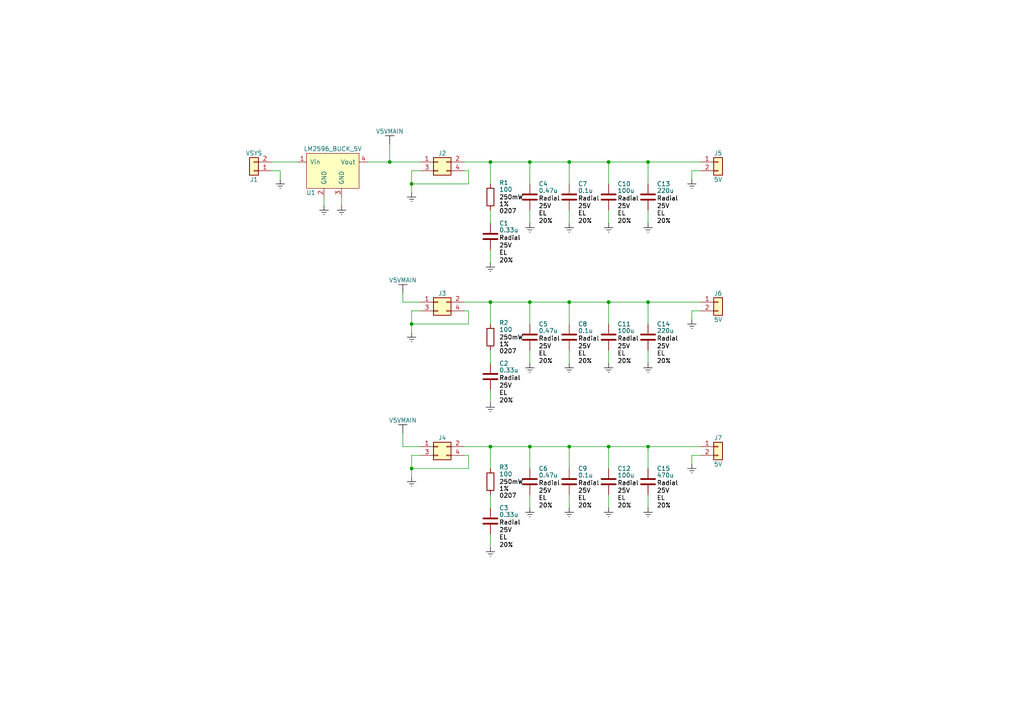
<source format=kicad_sch>
(kicad_sch
	(version 20231120)
	(generator "eeschema")
	(generator_version "8.0")
	(uuid "98095253-5c11-4d78-8a55-5d3319ce86cd")
	(paper "A4")
	(title_block
		(title "POWER_DB_MCUs")
		(date "2026-02-02")
		(rev "V1")
		(company "ICBT CAMPUS")
		(comment 1 "PrageethM")
		(comment 2 "LJMU")
	)
	(lib_symbols
		(symbol "Connector_Generic:Conn_01x02"
			(pin_names
				(offset 1.016) hide)
			(exclude_from_sim no)
			(in_bom yes)
			(on_board yes)
			(property "Reference" "J"
				(at 0 2.54 0)
				(effects
					(font
						(size 1.27 1.27)
					)
				)
			)
			(property "Value" "Conn_01x02"
				(at 0 -5.08 0)
				(effects
					(font
						(size 1.27 1.27)
					)
				)
			)
			(property "Footprint" ""
				(at 0 0 0)
				(effects
					(font
						(size 1.27 1.27)
					)
					(hide yes)
				)
			)
			(property "Datasheet" "~"
				(at 0 0 0)
				(effects
					(font
						(size 1.27 1.27)
					)
					(hide yes)
				)
			)
			(property "Description" "Generic connector, single row, 01x02, script generated (kicad-library-utils/schlib/autogen/connector/)"
				(at 0 0 0)
				(effects
					(font
						(size 1.27 1.27)
					)
					(hide yes)
				)
			)
			(property "ki_keywords" "connector"
				(at 0 0 0)
				(effects
					(font
						(size 1.27 1.27)
					)
					(hide yes)
				)
			)
			(property "ki_fp_filters" "Connector*:*_1x??_*"
				(at 0 0 0)
				(effects
					(font
						(size 1.27 1.27)
					)
					(hide yes)
				)
			)
			(symbol "Conn_01x02_1_1"
				(rectangle
					(start -1.27 -2.413)
					(end 0 -2.667)
					(stroke
						(width 0.1524)
						(type default)
					)
					(fill
						(type none)
					)
				)
				(rectangle
					(start -1.27 0.127)
					(end 0 -0.127)
					(stroke
						(width 0.1524)
						(type default)
					)
					(fill
						(type none)
					)
				)
				(rectangle
					(start -1.27 1.27)
					(end 1.27 -3.81)
					(stroke
						(width 0.254)
						(type default)
					)
					(fill
						(type background)
					)
				)
				(pin passive line
					(at -5.08 0 0)
					(length 3.81)
					(name "Pin_1"
						(effects
							(font
								(size 1.27 1.27)
							)
						)
					)
					(number "1"
						(effects
							(font
								(size 1.27 1.27)
							)
						)
					)
				)
				(pin passive line
					(at -5.08 -2.54 0)
					(length 3.81)
					(name "Pin_2"
						(effects
							(font
								(size 1.27 1.27)
							)
						)
					)
					(number "2"
						(effects
							(font
								(size 1.27 1.27)
							)
						)
					)
				)
			)
		)
		(symbol "Connector_Generic:Conn_02x02_Odd_Even"
			(pin_names
				(offset 1.016) hide)
			(exclude_from_sim no)
			(in_bom yes)
			(on_board yes)
			(property "Reference" "J"
				(at 1.27 2.54 0)
				(effects
					(font
						(size 1.27 1.27)
					)
				)
			)
			(property "Value" "Conn_02x02_Odd_Even"
				(at 1.27 -5.08 0)
				(effects
					(font
						(size 1.27 1.27)
					)
				)
			)
			(property "Footprint" ""
				(at 0 0 0)
				(effects
					(font
						(size 1.27 1.27)
					)
					(hide yes)
				)
			)
			(property "Datasheet" "~"
				(at 0 0 0)
				(effects
					(font
						(size 1.27 1.27)
					)
					(hide yes)
				)
			)
			(property "Description" "Generic connector, double row, 02x02, odd/even pin numbering scheme (row 1 odd numbers, row 2 even numbers), script generated (kicad-library-utils/schlib/autogen/connector/)"
				(at 0 0 0)
				(effects
					(font
						(size 1.27 1.27)
					)
					(hide yes)
				)
			)
			(property "ki_keywords" "connector"
				(at 0 0 0)
				(effects
					(font
						(size 1.27 1.27)
					)
					(hide yes)
				)
			)
			(property "ki_fp_filters" "Connector*:*_2x??_*"
				(at 0 0 0)
				(effects
					(font
						(size 1.27 1.27)
					)
					(hide yes)
				)
			)
			(symbol "Conn_02x02_Odd_Even_1_1"
				(rectangle
					(start -1.27 -2.413)
					(end 0 -2.667)
					(stroke
						(width 0.1524)
						(type default)
					)
					(fill
						(type none)
					)
				)
				(rectangle
					(start -1.27 0.127)
					(end 0 -0.127)
					(stroke
						(width 0.1524)
						(type default)
					)
					(fill
						(type none)
					)
				)
				(rectangle
					(start -1.27 1.27)
					(end 3.81 -3.81)
					(stroke
						(width 0.254)
						(type default)
					)
					(fill
						(type background)
					)
				)
				(rectangle
					(start 3.81 -2.413)
					(end 2.54 -2.667)
					(stroke
						(width 0.1524)
						(type default)
					)
					(fill
						(type none)
					)
				)
				(rectangle
					(start 3.81 0.127)
					(end 2.54 -0.127)
					(stroke
						(width 0.1524)
						(type default)
					)
					(fill
						(type none)
					)
				)
				(pin passive line
					(at -5.08 0 0)
					(length 3.81)
					(name "Pin_1"
						(effects
							(font
								(size 1.27 1.27)
							)
						)
					)
					(number "1"
						(effects
							(font
								(size 1.27 1.27)
							)
						)
					)
				)
				(pin passive line
					(at 7.62 0 180)
					(length 3.81)
					(name "Pin_2"
						(effects
							(font
								(size 1.27 1.27)
							)
						)
					)
					(number "2"
						(effects
							(font
								(size 1.27 1.27)
							)
						)
					)
				)
				(pin passive line
					(at -5.08 -2.54 0)
					(length 3.81)
					(name "Pin_3"
						(effects
							(font
								(size 1.27 1.27)
							)
						)
					)
					(number "3"
						(effects
							(font
								(size 1.27 1.27)
							)
						)
					)
				)
				(pin passive line
					(at 7.62 -2.54 180)
					(length 3.81)
					(name "Pin_4"
						(effects
							(font
								(size 1.27 1.27)
							)
						)
					)
					(number "4"
						(effects
							(font
								(size 1.27 1.27)
							)
						)
					)
				)
			)
		)
		(symbol "Device:C"
			(pin_numbers hide)
			(pin_names
				(offset 0.254)
			)
			(exclude_from_sim no)
			(in_bom yes)
			(on_board yes)
			(property "Reference" "C"
				(at 0.635 2.54 0)
				(effects
					(font
						(size 1.27 1.27)
					)
					(justify left)
				)
			)
			(property "Value" "C"
				(at 0.635 -2.54 0)
				(effects
					(font
						(size 1.27 1.27)
					)
					(justify left)
				)
			)
			(property "Footprint" ""
				(at 0.9652 -3.81 0)
				(effects
					(font
						(size 1.27 1.27)
					)
					(hide yes)
				)
			)
			(property "Datasheet" "~"
				(at 0 0 0)
				(effects
					(font
						(size 1.27 1.27)
					)
					(hide yes)
				)
			)
			(property "Description" "Unpolarized capacitor"
				(at 0 0 0)
				(effects
					(font
						(size 1.27 1.27)
					)
					(hide yes)
				)
			)
			(property "ki_keywords" "cap capacitor"
				(at 0 0 0)
				(effects
					(font
						(size 1.27 1.27)
					)
					(hide yes)
				)
			)
			(property "ki_fp_filters" "C_*"
				(at 0 0 0)
				(effects
					(font
						(size 1.27 1.27)
					)
					(hide yes)
				)
			)
			(symbol "C_0_1"
				(polyline
					(pts
						(xy -2.032 -0.762) (xy 2.032 -0.762)
					)
					(stroke
						(width 0.508)
						(type default)
					)
					(fill
						(type none)
					)
				)
				(polyline
					(pts
						(xy -2.032 0.762) (xy 2.032 0.762)
					)
					(stroke
						(width 0.508)
						(type default)
					)
					(fill
						(type none)
					)
				)
			)
			(symbol "C_1_1"
				(pin passive line
					(at 0 3.81 270)
					(length 2.794)
					(name "~"
						(effects
							(font
								(size 1.27 1.27)
							)
						)
					)
					(number "1"
						(effects
							(font
								(size 1.27 1.27)
							)
						)
					)
				)
				(pin passive line
					(at 0 -3.81 90)
					(length 2.794)
					(name "~"
						(effects
							(font
								(size 1.27 1.27)
							)
						)
					)
					(number "2"
						(effects
							(font
								(size 1.27 1.27)
							)
						)
					)
				)
			)
		)
		(symbol "Device:R"
			(pin_numbers hide)
			(pin_names
				(offset 0)
			)
			(exclude_from_sim no)
			(in_bom yes)
			(on_board yes)
			(property "Reference" "R"
				(at 2.032 0 90)
				(effects
					(font
						(size 1.27 1.27)
					)
				)
			)
			(property "Value" "R"
				(at 0 0 90)
				(effects
					(font
						(size 1.27 1.27)
					)
				)
			)
			(property "Footprint" ""
				(at -1.778 0 90)
				(effects
					(font
						(size 1.27 1.27)
					)
					(hide yes)
				)
			)
			(property "Datasheet" "~"
				(at 0 0 0)
				(effects
					(font
						(size 1.27 1.27)
					)
					(hide yes)
				)
			)
			(property "Description" "Resistor"
				(at 0 0 0)
				(effects
					(font
						(size 1.27 1.27)
					)
					(hide yes)
				)
			)
			(property "ki_keywords" "R res resistor"
				(at 0 0 0)
				(effects
					(font
						(size 1.27 1.27)
					)
					(hide yes)
				)
			)
			(property "ki_fp_filters" "R_*"
				(at 0 0 0)
				(effects
					(font
						(size 1.27 1.27)
					)
					(hide yes)
				)
			)
			(symbol "R_0_1"
				(rectangle
					(start -1.016 -2.54)
					(end 1.016 2.54)
					(stroke
						(width 0.254)
						(type default)
					)
					(fill
						(type none)
					)
				)
			)
			(symbol "R_1_1"
				(pin passive line
					(at 0 3.81 270)
					(length 1.27)
					(name "~"
						(effects
							(font
								(size 1.27 1.27)
							)
						)
					)
					(number "1"
						(effects
							(font
								(size 1.27 1.27)
							)
						)
					)
				)
				(pin passive line
					(at 0 -3.81 90)
					(length 1.27)
					(name "~"
						(effects
							(font
								(size 1.27 1.27)
							)
						)
					)
					(number "2"
						(effects
							(font
								(size 1.27 1.27)
							)
						)
					)
				)
			)
		)
		(symbol "power:+5V"
			(power)
			(pin_numbers hide)
			(pin_names
				(offset 0) hide)
			(exclude_from_sim no)
			(in_bom yes)
			(on_board yes)
			(property "Reference" "#PWR011"
				(at 0 -3.81 0)
				(effects
					(font
						(size 1.27 1.27)
					)
					(hide yes)
				)
			)
			(property "Value" "+5V"
				(at 0 5.08 0)
				(effects
					(font
						(size 1.27 1.27)
					)
				)
			)
			(property "Footprint" ""
				(at 0 0 0)
				(effects
					(font
						(size 1.27 1.27)
					)
					(hide yes)
				)
			)
			(property "Datasheet" ""
				(at 0 0 0)
				(effects
					(font
						(size 1.27 1.27)
					)
					(hide yes)
				)
			)
			(property "Description" "Power symbol creates a global label with name \"+5V\""
				(at 0 0 0)
				(effects
					(font
						(size 1.27 1.27)
					)
					(hide yes)
				)
			)
			(property "ki_keywords" "global power"
				(at 0 0 0)
				(effects
					(font
						(size 1.27 1.27)
					)
					(hide yes)
				)
			)
			(symbol "+5V_0_1"
				(polyline
					(pts
						(xy -1.27 2.54) (xy 0 2.54)
					)
					(stroke
						(width 0)
						(type default)
						(color 0 0 0 1)
					)
					(fill
						(type none)
					)
				)
				(polyline
					(pts
						(xy 0 0) (xy 0 2.54)
					)
					(stroke
						(width 0)
						(type default)
						(color 0 0 0 1)
					)
					(fill
						(type none)
					)
				)
				(polyline
					(pts
						(xy 0 2.54) (xy 1.27 2.54)
					)
					(stroke
						(width 0)
						(type default)
						(color 0 0 0 1)
					)
					(fill
						(type none)
					)
				)
			)
			(symbol "+5V_1_1"
				(pin power_in line
					(at 0 0 90)
					(length 0)
					(name "~"
						(effects
							(font
								(size 1.27 1.27)
							)
						)
					)
					(number "1"
						(effects
							(font
								(size 1.27 1.27)
							)
						)
					)
				)
			)
		)
		(symbol "power:Earth"
			(power)
			(pin_numbers hide)
			(pin_names
				(offset 0) hide)
			(exclude_from_sim no)
			(in_bom yes)
			(on_board yes)
			(property "Reference" "#PWR01"
				(at 0 -6.35 0)
				(effects
					(font
						(size 1.27 1.27)
					)
					(hide yes)
				)
			)
			(property "Value" "Earth"
				(at 0 -5.08 0)
				(effects
					(font
						(size 1.27 1.27)
					)
				)
			)
			(property "Footprint" ""
				(at 0 0 0)
				(effects
					(font
						(size 1.27 1.27)
					)
					(hide yes)
				)
			)
			(property "Datasheet" "~"
				(at 0 0 0)
				(effects
					(font
						(size 1.27 1.27)
					)
					(hide yes)
				)
			)
			(property "Description" "Power symbol creates a global label with name \"Earth\""
				(at 0 0 0)
				(effects
					(font
						(size 1.27 1.27)
					)
					(hide yes)
				)
			)
			(property "ki_keywords" "global ground gnd"
				(at 0 0 0)
				(effects
					(font
						(size 1.27 1.27)
					)
					(hide yes)
				)
			)
			(symbol "Earth_0_1"
				(polyline
					(pts
						(xy -0.635 -1.905) (xy 0.635 -1.905)
					)
					(stroke
						(width 0)
						(type default)
						(color 0 0 0 1)
					)
					(fill
						(type none)
					)
				)
				(polyline
					(pts
						(xy 0 -1.27) (xy 0 0)
					)
					(stroke
						(width 0)
						(type default)
						(color 0 0 0 1)
					)
					(fill
						(type none)
					)
				)
				(polyline
					(pts
						(xy 1.27 -1.27) (xy -1.27 -1.27)
					)
					(stroke
						(width 0)
						(type default)
						(color 0 0 0 1)
					)
					(fill
						(type none)
					)
				)
			)
			(symbol "Earth_1_1"
				(polyline
					(pts
						(xy -0.127 -2.54) (xy 0.127 -2.54)
					)
					(stroke
						(width 0)
						(type default)
						(color 0 0 0 1)
					)
					(fill
						(type none)
					)
				)
				(pin power_in line
					(at 0 0 270)
					(length 0)
					(name "~"
						(effects
							(font
								(size 1.27 1.27)
							)
						)
					)
					(number "1"
						(effects
							(font
								(size 1.27 1.27)
							)
						)
					)
				)
			)
		)
		(symbol "yaaj_dcdc_stepdown_lm2596:YAAJ_DCDC_StepDown_LM2596"
			(pin_names
				(offset 1.016)
			)
			(exclude_from_sim no)
			(in_bom yes)
			(on_board yes)
			(property "Reference" "U1"
				(at -6.35 -6.35 0)
				(effects
					(font
						(size 1.27 1.27)
					)
				)
			)
			(property "Value" "DCDC_StepDown_LM2596"
				(at 0 6.35 0)
				(effects
					(font
						(size 1.27 1.27)
					)
				)
			)
			(property "Footprint" ""
				(at -1.27 0 0)
				(effects
					(font
						(size 1.27 1.27)
					)
					(hide yes)
				)
			)
			(property "Datasheet" ""
				(at -1.27 0 0)
				(effects
					(font
						(size 1.27 1.27)
					)
					(hide yes)
				)
			)
			(property "Description" "module : adjustable step down module 3.2V-40V to 1.25V-35V 3A"
				(at 0 0 0)
				(effects
					(font
						(size 1.27 1.27)
					)
					(hide yes)
				)
			)
			(property "ki_keywords" "module stepdown step down buck converter DCDC DC"
				(at 0 0 0)
				(effects
					(font
						(size 1.27 1.27)
					)
					(hide yes)
				)
			)
			(symbol "YAAJ_DCDC_StepDown_LM2596_0_1"
				(rectangle
					(start -7.62 5.08)
					(end 7.62 -5.08)
					(stroke
						(width 0)
						(type solid)
					)
					(fill
						(type background)
					)
				)
			)
			(symbol "YAAJ_DCDC_StepDown_LM2596_1_1"
				(pin power_in line
					(at -10.16 2.54 0)
					(length 2.54)
					(name "Vin"
						(effects
							(font
								(size 1.27 1.27)
							)
						)
					)
					(number "1"
						(effects
							(font
								(size 1.27 1.27)
							)
						)
					)
				)
				(pin power_in line
					(at -2.54 -7.62 90)
					(length 2.54)
					(name "GND"
						(effects
							(font
								(size 1.27 1.27)
							)
						)
					)
					(number "2"
						(effects
							(font
								(size 1.27 1.27)
							)
						)
					)
				)
				(pin power_in line
					(at 2.54 -7.62 90)
					(length 2.54)
					(name "GND"
						(effects
							(font
								(size 1.27 1.27)
							)
						)
					)
					(number "3"
						(effects
							(font
								(size 1.27 1.27)
							)
						)
					)
				)
				(pin power_out line
					(at 10.16 2.54 180)
					(length 2.54)
					(name "Vout"
						(effects
							(font
								(size 1.27 1.27)
							)
						)
					)
					(number "4"
						(effects
							(font
								(size 1.27 1.27)
							)
						)
					)
				)
			)
		)
	)
	(junction
		(at 165.1 46.99)
		(diameter 0)
		(color 0 0 0 0)
		(uuid "04d0cedb-33e9-4564-936d-9ee3f78e1ac0")
	)
	(junction
		(at 153.67 46.99)
		(diameter 0)
		(color 0 0 0 0)
		(uuid "11aa33ab-0827-4866-85d2-1289fc7e6ca2")
	)
	(junction
		(at 165.1 87.63)
		(diameter 0)
		(color 0 0 0 0)
		(uuid "1f3e79e3-7c03-41f9-a79a-5ec5b6884c57")
	)
	(junction
		(at 187.96 87.63)
		(diameter 0)
		(color 0 0 0 0)
		(uuid "2c662214-1743-4145-b828-cbcc4ec0869f")
	)
	(junction
		(at 119.38 53.34)
		(diameter 0)
		(color 0 0 0 0)
		(uuid "31239a31-d09f-49f0-8358-3dbfb7b2f3f6")
	)
	(junction
		(at 176.53 129.54)
		(diameter 0)
		(color 0 0 0 0)
		(uuid "3f9bd399-29cb-4a9a-aa56-3dcf4944cf84")
	)
	(junction
		(at 119.38 93.98)
		(diameter 0)
		(color 0 0 0 0)
		(uuid "58c038f5-3eb6-4790-b299-b1a38b8f4d3d")
	)
	(junction
		(at 142.24 87.63)
		(diameter 0)
		(color 0 0 0 0)
		(uuid "7229bd9a-1878-4da8-bd1a-abbc10a8dfdb")
	)
	(junction
		(at 153.67 87.63)
		(diameter 0)
		(color 0 0 0 0)
		(uuid "7b33ecf6-cc35-4fe3-98cc-02c0313fe808")
	)
	(junction
		(at 187.96 46.99)
		(diameter 0)
		(color 0 0 0 0)
		(uuid "89090725-d87a-4bc0-bc94-95d94150038a")
	)
	(junction
		(at 187.96 129.54)
		(diameter 0)
		(color 0 0 0 0)
		(uuid "98ba4e59-6f6c-46c2-85e8-434df402d7b5")
	)
	(junction
		(at 113.03 46.99)
		(diameter 0)
		(color 0 0 0 0)
		(uuid "9d54e99d-d969-4d20-af42-811aab232221")
	)
	(junction
		(at 142.24 46.99)
		(diameter 0)
		(color 0 0 0 0)
		(uuid "af10a0e3-1abe-4699-a1ab-cad0d804a61a")
	)
	(junction
		(at 142.24 129.54)
		(diameter 0)
		(color 0 0 0 0)
		(uuid "bf11d2ae-b446-49f3-ba09-2f84f6b0ebaf")
	)
	(junction
		(at 176.53 87.63)
		(diameter 0)
		(color 0 0 0 0)
		(uuid "bf2e108a-ce47-4ccf-aeb9-0c66e0a4d8d0")
	)
	(junction
		(at 119.38 135.89)
		(diameter 0)
		(color 0 0 0 0)
		(uuid "c265d9a4-ee76-4208-bfe4-2267a0fdcaaa")
	)
	(junction
		(at 176.53 46.99)
		(diameter 0)
		(color 0 0 0 0)
		(uuid "e9b6d7a1-d174-4cf4-8bed-b84374b9d9b8")
	)
	(junction
		(at 153.67 129.54)
		(diameter 0)
		(color 0 0 0 0)
		(uuid "f205b13b-c396-4183-b65a-bc3b504b3056")
	)
	(junction
		(at 165.1 129.54)
		(diameter 0)
		(color 0 0 0 0)
		(uuid "f7db6e8c-5008-4be9-915b-e2663f660578")
	)
	(wire
		(pts
			(xy 203.2 46.99) (xy 187.96 46.99)
		)
		(stroke
			(width 0)
			(type default)
		)
		(uuid "01df31b6-89bd-4394-b0e9-b46b657c84a1")
	)
	(wire
		(pts
			(xy 200.66 90.17) (xy 200.66 92.71)
		)
		(stroke
			(width 0)
			(type default)
		)
		(uuid "0643c7ca-31ce-440b-92cd-80a8a1594215")
	)
	(wire
		(pts
			(xy 187.96 46.99) (xy 187.96 53.34)
		)
		(stroke
			(width 0)
			(type default)
		)
		(uuid "0b5a33f6-672c-4367-be11-07223134da36")
	)
	(wire
		(pts
			(xy 203.2 129.54) (xy 187.96 129.54)
		)
		(stroke
			(width 0)
			(type default)
		)
		(uuid "1169c1b2-715e-40bf-a30f-a836666a52a7")
	)
	(wire
		(pts
			(xy 135.89 90.17) (xy 134.62 90.17)
		)
		(stroke
			(width 0)
			(type default)
		)
		(uuid "1453027f-450b-45d2-ac23-ba8975238510")
	)
	(wire
		(pts
			(xy 176.53 93.98) (xy 176.53 87.63)
		)
		(stroke
			(width 0)
			(type default)
		)
		(uuid "14817e96-9276-4287-95ce-b296d6c0289a")
	)
	(wire
		(pts
			(xy 142.24 147.32) (xy 142.24 143.51)
		)
		(stroke
			(width 0)
			(type default)
		)
		(uuid "16c37b48-02d0-4576-90c9-61d4973d7280")
	)
	(wire
		(pts
			(xy 93.98 57.15) (xy 93.98 59.69)
		)
		(stroke
			(width 0)
			(type default)
		)
		(uuid "17ec2527-45f8-44a5-adb5-6ecd4bfea65c")
	)
	(wire
		(pts
			(xy 176.53 53.34) (xy 176.53 46.99)
		)
		(stroke
			(width 0)
			(type default)
		)
		(uuid "17ee04a2-d77d-45df-8e43-65f7c12ff0e7")
	)
	(wire
		(pts
			(xy 119.38 90.17) (xy 119.38 93.98)
		)
		(stroke
			(width 0)
			(type default)
		)
		(uuid "1eb28a9e-c249-4876-9466-b6254b4601a6")
	)
	(wire
		(pts
			(xy 121.92 46.99) (xy 113.03 46.99)
		)
		(stroke
			(width 0)
			(type default)
		)
		(uuid "20400848-ac37-4d22-a66c-e906b96cba06")
	)
	(wire
		(pts
			(xy 135.89 93.98) (xy 119.38 93.98)
		)
		(stroke
			(width 0)
			(type default)
		)
		(uuid "26f8ab92-cfd5-4f78-936f-4047b0f6cf37")
	)
	(wire
		(pts
			(xy 187.96 129.54) (xy 176.53 129.54)
		)
		(stroke
			(width 0)
			(type default)
		)
		(uuid "2733bddf-c21d-49b8-a8a0-4b763b333749")
	)
	(wire
		(pts
			(xy 135.89 132.08) (xy 134.62 132.08)
		)
		(stroke
			(width 0)
			(type default)
		)
		(uuid "2b0eb44f-9b71-4c74-9df6-167e05dcbebb")
	)
	(wire
		(pts
			(xy 113.03 41.91) (xy 113.03 46.99)
		)
		(stroke
			(width 0)
			(type default)
		)
		(uuid "2b65ad55-e0e8-484d-8ed2-305318ab7a39")
	)
	(wire
		(pts
			(xy 153.67 129.54) (xy 165.1 129.54)
		)
		(stroke
			(width 0)
			(type default)
		)
		(uuid "2d877292-704c-49b0-b168-c92a4d6f6c7a")
	)
	(wire
		(pts
			(xy 116.84 85.09) (xy 116.84 87.63)
		)
		(stroke
			(width 0)
			(type default)
		)
		(uuid "2e3a2981-4ba9-4771-939c-6a88bf82613a")
	)
	(wire
		(pts
			(xy 135.89 132.08) (xy 135.89 135.89)
		)
		(stroke
			(width 0)
			(type default)
		)
		(uuid "2fab7d82-419d-4749-b73e-6d384d96d102")
	)
	(wire
		(pts
			(xy 78.74 49.53) (xy 81.28 49.53)
		)
		(stroke
			(width 0)
			(type default)
		)
		(uuid "32183cea-d0f6-4a28-ada9-4333fb751122")
	)
	(wire
		(pts
			(xy 134.62 129.54) (xy 142.24 129.54)
		)
		(stroke
			(width 0)
			(type default)
		)
		(uuid "36dd3e45-670f-4637-924d-51d53dccc3f5")
	)
	(wire
		(pts
			(xy 113.03 46.99) (xy 106.68 46.99)
		)
		(stroke
			(width 0)
			(type default)
		)
		(uuid "38116a45-6d3c-4cf7-9fc8-ef8cf339b578")
	)
	(wire
		(pts
			(xy 119.38 49.53) (xy 121.92 49.53)
		)
		(stroke
			(width 0)
			(type default)
		)
		(uuid "382059d7-cef0-49ae-9785-cfc677859d9e")
	)
	(wire
		(pts
			(xy 203.2 132.08) (xy 200.66 132.08)
		)
		(stroke
			(width 0)
			(type default)
		)
		(uuid "3aec1345-5eaa-423d-b0fd-63bef9d1073b")
	)
	(wire
		(pts
			(xy 187.96 64.77) (xy 187.96 60.96)
		)
		(stroke
			(width 0)
			(type default)
		)
		(uuid "3dc624ca-86a6-4235-8ea4-bad6cd153f4c")
	)
	(wire
		(pts
			(xy 153.67 147.32) (xy 153.67 143.51)
		)
		(stroke
			(width 0)
			(type default)
		)
		(uuid "3e78f637-091c-45d2-a525-6a262124c081")
	)
	(wire
		(pts
			(xy 119.38 138.43) (xy 119.38 135.89)
		)
		(stroke
			(width 0)
			(type default)
		)
		(uuid "41e41c95-8f57-48c1-8a67-a30b49d18122")
	)
	(wire
		(pts
			(xy 153.67 46.99) (xy 165.1 46.99)
		)
		(stroke
			(width 0)
			(type default)
		)
		(uuid "42aa5654-f093-4987-b17d-683be3adba34")
	)
	(wire
		(pts
			(xy 119.38 49.53) (xy 119.38 53.34)
		)
		(stroke
			(width 0)
			(type default)
		)
		(uuid "44d24728-16d6-4767-9de1-2c80de5e9ae2")
	)
	(wire
		(pts
			(xy 99.06 57.15) (xy 99.06 59.69)
		)
		(stroke
			(width 0)
			(type default)
		)
		(uuid "46e7a096-20fc-4b5c-92d3-b8ce85c64d8a")
	)
	(wire
		(pts
			(xy 142.24 46.99) (xy 153.67 46.99)
		)
		(stroke
			(width 0)
			(type default)
		)
		(uuid "475a6f7a-237b-43a5-a466-2cd54d9ec5cb")
	)
	(wire
		(pts
			(xy 176.53 46.99) (xy 165.1 46.99)
		)
		(stroke
			(width 0)
			(type default)
		)
		(uuid "4aade87d-ddde-4034-a49e-b57d0f736487")
	)
	(wire
		(pts
			(xy 142.24 129.54) (xy 153.67 129.54)
		)
		(stroke
			(width 0)
			(type default)
		)
		(uuid "4daaa545-ae73-4ff0-bd65-5d1e98abc053")
	)
	(wire
		(pts
			(xy 203.2 49.53) (xy 200.66 49.53)
		)
		(stroke
			(width 0)
			(type default)
		)
		(uuid "5b44a694-f319-47a8-8e04-49b51bf3613d")
	)
	(wire
		(pts
			(xy 165.1 135.89) (xy 165.1 129.54)
		)
		(stroke
			(width 0)
			(type default)
		)
		(uuid "661984f5-92dd-4ef9-a99c-af47a3b625d5")
	)
	(wire
		(pts
			(xy 78.74 46.99) (xy 86.36 46.99)
		)
		(stroke
			(width 0)
			(type default)
		)
		(uuid "6b21bb1c-dcc3-48b7-a2b3-bbf1b4625648")
	)
	(wire
		(pts
			(xy 119.38 132.08) (xy 121.92 132.08)
		)
		(stroke
			(width 0)
			(type default)
		)
		(uuid "6d10f244-ce34-4ba9-a27e-bd1d02249a09")
	)
	(wire
		(pts
			(xy 119.38 90.17) (xy 121.92 90.17)
		)
		(stroke
			(width 0)
			(type default)
		)
		(uuid "7382f9db-9dd2-4bf5-a198-1d420c60a49c")
	)
	(wire
		(pts
			(xy 116.84 129.54) (xy 121.92 129.54)
		)
		(stroke
			(width 0)
			(type default)
		)
		(uuid "78688dea-b736-4370-8ace-7b1bee2dad69")
	)
	(wire
		(pts
			(xy 176.53 105.41) (xy 176.53 101.6)
		)
		(stroke
			(width 0)
			(type default)
		)
		(uuid "7ecd7d94-e121-4b8d-bf25-3e0f25af24fc")
	)
	(wire
		(pts
			(xy 119.38 96.52) (xy 119.38 93.98)
		)
		(stroke
			(width 0)
			(type default)
		)
		(uuid "806bede6-ea62-4bd2-998f-345662e0daa1")
	)
	(wire
		(pts
			(xy 142.24 135.89) (xy 142.24 129.54)
		)
		(stroke
			(width 0)
			(type default)
		)
		(uuid "8076a243-3ead-4f43-b394-c48219c2fff7")
	)
	(wire
		(pts
			(xy 165.1 64.77) (xy 165.1 60.96)
		)
		(stroke
			(width 0)
			(type default)
		)
		(uuid "83355dd4-9ebf-48d9-a27d-6c2b0c533369")
	)
	(wire
		(pts
			(xy 142.24 93.98) (xy 142.24 87.63)
		)
		(stroke
			(width 0)
			(type default)
		)
		(uuid "848140eb-7ec2-476a-8b79-fd272f8e5a4e")
	)
	(wire
		(pts
			(xy 203.2 90.17) (xy 200.66 90.17)
		)
		(stroke
			(width 0)
			(type default)
		)
		(uuid "899bb9d2-6aaa-48f1-bd41-6d6f81b77323")
	)
	(wire
		(pts
			(xy 142.24 158.75) (xy 142.24 154.94)
		)
		(stroke
			(width 0)
			(type default)
		)
		(uuid "8a4de497-f939-4841-b279-8cf02caee58e")
	)
	(wire
		(pts
			(xy 142.24 64.77) (xy 142.24 60.96)
		)
		(stroke
			(width 0)
			(type default)
		)
		(uuid "8a8975de-5ed7-4a0d-8fd9-59858a914742")
	)
	(wire
		(pts
			(xy 176.53 87.63) (xy 165.1 87.63)
		)
		(stroke
			(width 0)
			(type default)
		)
		(uuid "9033f9e6-7f8e-4812-bd86-70e0415aec74")
	)
	(wire
		(pts
			(xy 116.84 125.73) (xy 116.84 129.54)
		)
		(stroke
			(width 0)
			(type default)
		)
		(uuid "9603df63-897a-44e4-99fa-36a1f9e7b1d9")
	)
	(wire
		(pts
			(xy 153.67 93.98) (xy 153.67 87.63)
		)
		(stroke
			(width 0)
			(type default)
		)
		(uuid "9748a4fd-d320-4adb-b478-8651240c9af7")
	)
	(wire
		(pts
			(xy 187.96 105.41) (xy 187.96 101.6)
		)
		(stroke
			(width 0)
			(type default)
		)
		(uuid "9cd92cff-7bef-44be-9b46-6fdbcbadf28b")
	)
	(wire
		(pts
			(xy 187.96 87.63) (xy 176.53 87.63)
		)
		(stroke
			(width 0)
			(type default)
		)
		(uuid "a8c1d8a4-3663-40d9-9bde-3f7a99914fa5")
	)
	(wire
		(pts
			(xy 187.96 87.63) (xy 187.96 93.98)
		)
		(stroke
			(width 0)
			(type default)
		)
		(uuid "a8e59cab-49e4-4c06-8dae-e2cd23f3bdd0")
	)
	(wire
		(pts
			(xy 135.89 49.53) (xy 135.89 53.34)
		)
		(stroke
			(width 0)
			(type default)
		)
		(uuid "aa4ceb26-10c2-4e59-a583-91ce4831916b")
	)
	(wire
		(pts
			(xy 135.89 53.34) (xy 119.38 53.34)
		)
		(stroke
			(width 0)
			(type default)
		)
		(uuid "abe7ec41-42ab-4689-a7c0-67b24ca19056")
	)
	(wire
		(pts
			(xy 200.66 49.53) (xy 200.66 52.07)
		)
		(stroke
			(width 0)
			(type default)
		)
		(uuid "af68a173-13da-407e-b9fb-62d69ac80101")
	)
	(wire
		(pts
			(xy 142.24 116.84) (xy 142.24 113.03)
		)
		(stroke
			(width 0)
			(type default)
		)
		(uuid "b50ea310-1527-4705-95e8-890e18ef76c2")
	)
	(wire
		(pts
			(xy 134.62 87.63) (xy 142.24 87.63)
		)
		(stroke
			(width 0)
			(type default)
		)
		(uuid "bc34a37e-c5e5-4308-979a-8e679190436a")
	)
	(wire
		(pts
			(xy 176.53 64.77) (xy 176.53 60.96)
		)
		(stroke
			(width 0)
			(type default)
		)
		(uuid "bf384da8-2956-4d4f-be72-a73e5405f0b0")
	)
	(wire
		(pts
			(xy 81.28 49.53) (xy 81.28 52.07)
		)
		(stroke
			(width 0)
			(type default)
		)
		(uuid "c1b46bb1-26c3-494e-bf20-f014c5c41c47")
	)
	(wire
		(pts
			(xy 200.66 132.08) (xy 200.66 134.62)
		)
		(stroke
			(width 0)
			(type default)
		)
		(uuid "c3c5ae56-4f81-4eb9-893a-8a8cdb313b7a")
	)
	(wire
		(pts
			(xy 187.96 46.99) (xy 176.53 46.99)
		)
		(stroke
			(width 0)
			(type default)
		)
		(uuid "c45ee3ba-254c-47b6-8c09-abfd5364911a")
	)
	(wire
		(pts
			(xy 165.1 93.98) (xy 165.1 87.63)
		)
		(stroke
			(width 0)
			(type default)
		)
		(uuid "c78fc4db-f81d-447b-92b0-1f6007acfe7c")
	)
	(wire
		(pts
			(xy 153.67 135.89) (xy 153.67 129.54)
		)
		(stroke
			(width 0)
			(type default)
		)
		(uuid "c7aa6e49-d253-4873-b2c2-3d85e6aea186")
	)
	(wire
		(pts
			(xy 135.89 49.53) (xy 134.62 49.53)
		)
		(stroke
			(width 0)
			(type default)
		)
		(uuid "c845426a-0029-42c6-8201-c26a428a1c5c")
	)
	(wire
		(pts
			(xy 187.96 147.32) (xy 187.96 143.51)
		)
		(stroke
			(width 0)
			(type default)
		)
		(uuid "cac3b38d-2ac2-4c4c-91c2-06e60cf1ac24")
	)
	(wire
		(pts
			(xy 142.24 76.2) (xy 142.24 72.39)
		)
		(stroke
			(width 0)
			(type default)
		)
		(uuid "cc61686e-5c8a-4d15-9de6-71c3e74827f9")
	)
	(wire
		(pts
			(xy 176.53 147.32) (xy 176.53 143.51)
		)
		(stroke
			(width 0)
			(type default)
		)
		(uuid "d41e8b4b-544c-4cc2-a08f-50e26a88c272")
	)
	(wire
		(pts
			(xy 119.38 55.88) (xy 119.38 53.34)
		)
		(stroke
			(width 0)
			(type default)
		)
		(uuid "d7995055-6720-4627-aca4-870d99767e35")
	)
	(wire
		(pts
			(xy 134.62 46.99) (xy 142.24 46.99)
		)
		(stroke
			(width 0)
			(type default)
		)
		(uuid "d7c5f0ea-94d2-43cf-a36a-a831ea168344")
	)
	(wire
		(pts
			(xy 135.89 90.17) (xy 135.89 93.98)
		)
		(stroke
			(width 0)
			(type default)
		)
		(uuid "de38906d-f516-48b3-addf-4556b6be3732")
	)
	(wire
		(pts
			(xy 153.67 105.41) (xy 153.67 101.6)
		)
		(stroke
			(width 0)
			(type default)
		)
		(uuid "de7f2fce-a28d-4e5c-89e9-06e50ddb0ca0")
	)
	(wire
		(pts
			(xy 135.89 135.89) (xy 119.38 135.89)
		)
		(stroke
			(width 0)
			(type default)
		)
		(uuid "dfe9d62b-b8dd-4642-8b47-921a9ae9b8e1")
	)
	(wire
		(pts
			(xy 203.2 87.63) (xy 187.96 87.63)
		)
		(stroke
			(width 0)
			(type default)
		)
		(uuid "e145ccdb-c914-48b5-8128-1c6651054a8a")
	)
	(wire
		(pts
			(xy 142.24 87.63) (xy 153.67 87.63)
		)
		(stroke
			(width 0)
			(type default)
		)
		(uuid "e4b49e44-ca6c-481d-b872-83e6f9204e5a")
	)
	(wire
		(pts
			(xy 153.67 64.77) (xy 153.67 60.96)
		)
		(stroke
			(width 0)
			(type default)
		)
		(uuid "e7117c9e-0a3f-4d86-bb16-e0827c73338d")
	)
	(wire
		(pts
			(xy 165.1 53.34) (xy 165.1 46.99)
		)
		(stroke
			(width 0)
			(type default)
		)
		(uuid "ea2fe34a-833b-43bc-8fe8-cd55b201154b")
	)
	(wire
		(pts
			(xy 142.24 53.34) (xy 142.24 46.99)
		)
		(stroke
			(width 0)
			(type default)
		)
		(uuid "eb9df84d-65fd-4848-8ce3-a715a37e3c40")
	)
	(wire
		(pts
			(xy 176.53 129.54) (xy 165.1 129.54)
		)
		(stroke
			(width 0)
			(type default)
		)
		(uuid "ebf658bb-4870-4c8d-a5cf-1914a325bc89")
	)
	(wire
		(pts
			(xy 187.96 129.54) (xy 187.96 135.89)
		)
		(stroke
			(width 0)
			(type default)
		)
		(uuid "ec08b904-1c47-47a6-820d-0b3f8d851738")
	)
	(wire
		(pts
			(xy 165.1 105.41) (xy 165.1 101.6)
		)
		(stroke
			(width 0)
			(type default)
		)
		(uuid "efd60228-426e-46b5-951c-86d848d3fc1d")
	)
	(wire
		(pts
			(xy 165.1 147.32) (xy 165.1 143.51)
		)
		(stroke
			(width 0)
			(type default)
		)
		(uuid "eff2575d-d737-477b-a5e1-32faee3fc73c")
	)
	(wire
		(pts
			(xy 176.53 135.89) (xy 176.53 129.54)
		)
		(stroke
			(width 0)
			(type default)
		)
		(uuid "f06c7127-a678-4326-ab1d-370eb5a82afe")
	)
	(wire
		(pts
			(xy 153.67 87.63) (xy 165.1 87.63)
		)
		(stroke
			(width 0)
			(type default)
		)
		(uuid "f2cc3b70-b97a-4773-b680-b934e1f333a5")
	)
	(wire
		(pts
			(xy 116.84 87.63) (xy 121.92 87.63)
		)
		(stroke
			(width 0)
			(type default)
		)
		(uuid "f2d2fc91-67cb-4882-9576-96bcc52392af")
	)
	(wire
		(pts
			(xy 142.24 105.41) (xy 142.24 101.6)
		)
		(stroke
			(width 0)
			(type default)
		)
		(uuid "f64e2508-34d2-4e11-beb9-5bb5824f88fd")
	)
	(wire
		(pts
			(xy 153.67 53.34) (xy 153.67 46.99)
		)
		(stroke
			(width 0)
			(type default)
		)
		(uuid "f67d86cf-bb44-407f-961a-98253745fa6d")
	)
	(wire
		(pts
			(xy 119.38 132.08) (xy 119.38 135.89)
		)
		(stroke
			(width 0)
			(type default)
		)
		(uuid "f7df5079-aa95-4912-b69b-e71c10cfa484")
	)
	(symbol
		(lib_id "power:Earth")
		(at 200.66 92.71 0)
		(mirror y)
		(unit 1)
		(exclude_from_sim no)
		(in_bom yes)
		(on_board yes)
		(dnp no)
		(fields_autoplaced yes)
		(uuid "041e205c-ca86-48cb-98e5-0cfa7cc65993")
		(property "Reference" "#PWR026"
			(at 200.66 99.06 0)
			(effects
				(font
					(size 1.27 1.27)
				)
				(hide yes)
			)
		)
		(property "Value" "Earth"
			(at 200.66 97.79 0)
			(effects
				(font
					(size 1.27 1.27)
				)
				(hide yes)
			)
		)
		(property "Footprint" ""
			(at 200.66 92.71 0)
			(effects
				(font
					(size 1.27 1.27)
				)
				(hide yes)
			)
		)
		(property "Datasheet" "~"
			(at 200.66 92.71 0)
			(effects
				(font
					(size 1.27 1.27)
				)
				(hide yes)
			)
		)
		(property "Description" "Power symbol creates a global label with name \"Earth\""
			(at 200.66 92.71 0)
			(effects
				(font
					(size 1.27 1.27)
				)
				(hide yes)
			)
		)
		(pin "1"
			(uuid "b5473561-58b2-4b15-b810-114398c5eb2c")
		)
		(instances
			(project "power Unit"
				(path "/98095253-5c11-4d78-8a55-5d3319ce86cd"
					(reference "#PWR026")
					(unit 1)
				)
			)
		)
	)
	(symbol
		(lib_id "Device:C")
		(at 176.53 139.7 0)
		(unit 1)
		(exclude_from_sim no)
		(in_bom yes)
		(on_board yes)
		(dnp no)
		(uuid "0e6cef90-5881-429a-8cce-8bd8bbe4da3c")
		(property "Reference" "C12"
			(at 179.07 135.89 0)
			(effects
				(font
					(size 1.27 1.27)
				)
				(justify left)
			)
		)
		(property "Value" "100u"
			(at 179.07 137.84 0)
			(effects
				(font
					(size 1.27 1.27)
				)
				(justify left)
			)
		)
		(property "Footprint" "Capacitor_SMD:C_1812_4532Metric"
			(at 177.4952 143.51 0)
			(effects
				(font
					(size 1.27 1.27)
				)
				(hide yes)
			)
		)
		(property "Datasheet" "~"
			(at 176.53 139.7 0)
			(effects
				(font
					(size 1.27 1.27)
				)
				(hide yes)
			)
		)
		(property "Description" "Unpolarized capacitor"
			(at 176.53 139.7 0)
			(effects
				(font
					(size 1.27 1.27)
				)
				(hide yes)
			)
		)
		(property "package" "Radial"
			(at 179.07 140.04 0)
			(effects
				(font
					(size 1.27 1.27)
					(color 0 0 0 1)
				)
				(justify left)
			)
		)
		(property "V" "25V"
			(at 179.07 142.24 0)
			(effects
				(font
					(size 1.27 1.27)
					(color 0 0 0 1)
				)
				(justify left)
			)
		)
		(property "Mat" "EL"
			(at 179.07 144.34 0)
			(effects
				(font
					(size 1.27 1.27)
					(color 0 0 0 1)
				)
				(justify left)
			)
		)
		(property "Tol.." "20%"
			(at 179.07 146.54 0)
			(effects
				(font
					(size 1.27 1.27)
					(color 0 0 0 1)
				)
				(justify left)
			)
		)
		(pin "2"
			(uuid "123e6376-909a-4a2d-971f-9d2d17aaf21a")
		)
		(pin "1"
			(uuid "a3a1d5f1-22f9-43c9-83aa-8a405d94535e")
		)
		(instances
			(project "power Unit"
				(path "/98095253-5c11-4d78-8a55-5d3319ce86cd"
					(reference "C12")
					(unit 1)
				)
			)
		)
	)
	(symbol
		(lib_id "Device:C")
		(at 187.96 57.15 0)
		(unit 1)
		(exclude_from_sim no)
		(in_bom yes)
		(on_board yes)
		(dnp no)
		(uuid "175ff0f2-1c73-4ec3-b79c-d097f10b6810")
		(property "Reference" "C13"
			(at 190.5 53.34 0)
			(effects
				(font
					(size 1.27 1.27)
				)
				(justify left)
			)
		)
		(property "Value" "220u"
			(at 190.5 55.29 0)
			(effects
				(font
					(size 1.27 1.27)
				)
				(justify left)
			)
		)
		(property "Footprint" "Capacitor_SMD:C_1812_4532Metric"
			(at 188.9252 60.96 0)
			(effects
				(font
					(size 1.27 1.27)
				)
				(hide yes)
			)
		)
		(property "Datasheet" "~"
			(at 187.96 57.15 0)
			(effects
				(font
					(size 1.27 1.27)
				)
				(hide yes)
			)
		)
		(property "Description" "Unpolarized capacitor"
			(at 187.96 57.15 0)
			(effects
				(font
					(size 1.27 1.27)
				)
				(hide yes)
			)
		)
		(property "package" "Radial"
			(at 190.5 57.49 0)
			(effects
				(font
					(size 1.27 1.27)
					(color 0 0 0 1)
				)
				(justify left)
			)
		)
		(property "V" "25V"
			(at 190.5 59.69 0)
			(effects
				(font
					(size 1.27 1.27)
					(color 0 0 0 1)
				)
				(justify left)
			)
		)
		(property "Mat" "EL"
			(at 190.5 61.79 0)
			(effects
				(font
					(size 1.27 1.27)
					(color 0 0 0 1)
				)
				(justify left)
			)
		)
		(property "Tol.." "20%"
			(at 190.5 63.99 0)
			(effects
				(font
					(size 1.27 1.27)
					(color 0 0 0 1)
				)
				(justify left)
			)
		)
		(pin "2"
			(uuid "310c6890-5b2e-465c-9cf4-5febc6064899")
		)
		(pin "1"
			(uuid "cffd30f2-241e-40ad-8cdc-2f07a699ebdd")
		)
		(instances
			(project "power Unit"
				(path "/98095253-5c11-4d78-8a55-5d3319ce86cd"
					(reference "C13")
					(unit 1)
				)
			)
		)
	)
	(symbol
		(lib_id "power:Earth")
		(at 153.67 64.77 0)
		(unit 1)
		(exclude_from_sim no)
		(in_bom yes)
		(on_board yes)
		(dnp no)
		(fields_autoplaced yes)
		(uuid "37585c3d-867d-49db-bf86-c668b1cdb803")
		(property "Reference" "#PWR013"
			(at 153.67 71.12 0)
			(effects
				(font
					(size 1.27 1.27)
				)
				(hide yes)
			)
		)
		(property "Value" "Earth"
			(at 153.67 69.85 0)
			(effects
				(font
					(size 1.27 1.27)
				)
				(hide yes)
			)
		)
		(property "Footprint" ""
			(at 153.67 64.77 0)
			(effects
				(font
					(size 1.27 1.27)
				)
				(hide yes)
			)
		)
		(property "Datasheet" "~"
			(at 153.67 64.77 0)
			(effects
				(font
					(size 1.27 1.27)
				)
				(hide yes)
			)
		)
		(property "Description" "Power symbol creates a global label with name \"Earth\""
			(at 153.67 64.77 0)
			(effects
				(font
					(size 1.27 1.27)
				)
				(hide yes)
			)
		)
		(pin "1"
			(uuid "dfbe3e4c-a2cc-47d6-9969-9246e9edbbc7")
		)
		(instances
			(project "power Unit"
				(path "/98095253-5c11-4d78-8a55-5d3319ce86cd"
					(reference "#PWR013")
					(unit 1)
				)
			)
		)
	)
	(symbol
		(lib_id "Connector_Generic:Conn_02x02_Odd_Even")
		(at 127 129.54 0)
		(unit 1)
		(exclude_from_sim no)
		(in_bom yes)
		(on_board yes)
		(dnp no)
		(uuid "380bee9d-2489-41a9-a750-a2b10b0356e5")
		(property "Reference" "J4"
			(at 128.27 127 0)
			(effects
				(font
					(size 1.27 1.27)
				)
			)
		)
		(property "Value" "5V"
			(at 128.27 134.62 0)
			(effects
				(font
					(size 1.27 1.27)
				)
				(hide yes)
			)
		)
		(property "Footprint" ""
			(at 127 129.54 0)
			(effects
				(font
					(size 1.27 1.27)
				)
				(hide yes)
			)
		)
		(property "Datasheet" "~"
			(at 127 129.54 0)
			(effects
				(font
					(size 1.27 1.27)
				)
				(hide yes)
			)
		)
		(property "Description" "Generic connector, double row, 02x02, odd/even pin numbering scheme (row 1 odd numbers, row 2 even numbers), script generated (kicad-library-utils/schlib/autogen/connector/)"
			(at 127 129.54 0)
			(effects
				(font
					(size 1.27 1.27)
				)
				(hide yes)
			)
		)
		(pin "1"
			(uuid "a56baf27-4fb7-42ef-bb51-aa7b93ce01af")
		)
		(pin "3"
			(uuid "d2f1eab4-b6cd-4987-9f2d-f4ca03df42b7")
		)
		(pin "4"
			(uuid "1ea762ed-9436-4f2d-b358-5bdda7b58e3f")
		)
		(pin "2"
			(uuid "7327d759-5585-45f9-9d45-95dfd09541dc")
		)
		(instances
			(project "power Unit"
				(path "/98095253-5c11-4d78-8a55-5d3319ce86cd"
					(reference "J4")
					(unit 1)
				)
			)
		)
	)
	(symbol
		(lib_id "Device:C")
		(at 153.67 97.79 0)
		(unit 1)
		(exclude_from_sim no)
		(in_bom yes)
		(on_board yes)
		(dnp no)
		(uuid "4b98f30a-75a1-4d3c-9de5-19b8a40169c5")
		(property "Reference" "C5"
			(at 156.21 93.98 0)
			(effects
				(font
					(size 1.27 1.27)
				)
				(justify left)
			)
		)
		(property "Value" "0.47u"
			(at 156.21 95.93 0)
			(effects
				(font
					(size 1.27 1.27)
				)
				(justify left)
			)
		)
		(property "Footprint" "Capacitor_SMD:C_1812_4532Metric"
			(at 154.6352 101.6 0)
			(effects
				(font
					(size 1.27 1.27)
				)
				(hide yes)
			)
		)
		(property "Datasheet" "~"
			(at 153.67 97.79 0)
			(effects
				(font
					(size 1.27 1.27)
				)
				(hide yes)
			)
		)
		(property "Description" "Unpolarized capacitor"
			(at 153.67 97.79 0)
			(effects
				(font
					(size 1.27 1.27)
				)
				(hide yes)
			)
		)
		(property "package" "Radial"
			(at 156.21 98.13 0)
			(effects
				(font
					(size 1.27 1.27)
					(color 0 0 0 1)
				)
				(justify left)
			)
		)
		(property "V" "25V"
			(at 156.21 100.33 0)
			(effects
				(font
					(size 1.27 1.27)
					(color 0 0 0 1)
				)
				(justify left)
			)
		)
		(property "Mat" "EL"
			(at 156.21 102.43 0)
			(effects
				(font
					(size 1.27 1.27)
					(color 0 0 0 1)
				)
				(justify left)
			)
		)
		(property "Tol.." "20%"
			(at 156.21 104.63 0)
			(effects
				(font
					(size 1.27 1.27)
					(color 0 0 0 1)
				)
				(justify left)
			)
		)
		(pin "2"
			(uuid "2379b20f-dea2-4496-8d5a-629c9b7761f0")
		)
		(pin "1"
			(uuid "505b6c15-f003-4ece-97e0-4b0427d95480")
		)
		(instances
			(project "power Unit"
				(path "/98095253-5c11-4d78-8a55-5d3319ce86cd"
					(reference "C5")
					(unit 1)
				)
			)
		)
	)
	(symbol
		(lib_id "Connector_Generic:Conn_02x02_Odd_Even")
		(at 127 87.63 0)
		(unit 1)
		(exclude_from_sim no)
		(in_bom yes)
		(on_board yes)
		(dnp no)
		(uuid "4e99281c-f8ce-4cb5-88fa-f595dd06b7af")
		(property "Reference" "J3"
			(at 128.27 85.09 0)
			(effects
				(font
					(size 1.27 1.27)
				)
			)
		)
		(property "Value" "5V"
			(at 128.27 92.71 0)
			(effects
				(font
					(size 1.27 1.27)
				)
				(hide yes)
			)
		)
		(property "Footprint" ""
			(at 127 87.63 0)
			(effects
				(font
					(size 1.27 1.27)
				)
				(hide yes)
			)
		)
		(property "Datasheet" "~"
			(at 127 87.63 0)
			(effects
				(font
					(size 1.27 1.27)
				)
				(hide yes)
			)
		)
		(property "Description" "Generic connector, double row, 02x02, odd/even pin numbering scheme (row 1 odd numbers, row 2 even numbers), script generated (kicad-library-utils/schlib/autogen/connector/)"
			(at 127 87.63 0)
			(effects
				(font
					(size 1.27 1.27)
				)
				(hide yes)
			)
		)
		(pin "1"
			(uuid "99ccac24-1053-45d3-ae3e-83e70378622a")
		)
		(pin "3"
			(uuid "052de58e-1f65-4247-a8d6-7f6262e56e26")
		)
		(pin "4"
			(uuid "ff102bf4-a766-49df-8693-d004dbd47796")
		)
		(pin "2"
			(uuid "e23ce970-436a-4467-add2-f66bae9ee0f2")
		)
		(instances
			(project "power Unit"
				(path "/98095253-5c11-4d78-8a55-5d3319ce86cd"
					(reference "J3")
					(unit 1)
				)
			)
		)
	)
	(symbol
		(lib_id "power:Earth")
		(at 176.53 147.32 0)
		(unit 1)
		(exclude_from_sim no)
		(in_bom yes)
		(on_board yes)
		(dnp no)
		(fields_autoplaced yes)
		(uuid "513af013-a9bf-4f76-b9a3-5ec9f06ac94a")
		(property "Reference" "#PWR021"
			(at 176.53 153.67 0)
			(effects
				(font
					(size 1.27 1.27)
				)
				(hide yes)
			)
		)
		(property "Value" "Earth"
			(at 176.53 152.4 0)
			(effects
				(font
					(size 1.27 1.27)
				)
				(hide yes)
			)
		)
		(property "Footprint" ""
			(at 176.53 147.32 0)
			(effects
				(font
					(size 1.27 1.27)
				)
				(hide yes)
			)
		)
		(property "Datasheet" "~"
			(at 176.53 147.32 0)
			(effects
				(font
					(size 1.27 1.27)
				)
				(hide yes)
			)
		)
		(property "Description" "Power symbol creates a global label with name \"Earth\""
			(at 176.53 147.32 0)
			(effects
				(font
					(size 1.27 1.27)
				)
				(hide yes)
			)
		)
		(pin "1"
			(uuid "f440ac9f-316c-45d2-a4a3-7b7e1be989cb")
		)
		(instances
			(project "power Unit"
				(path "/98095253-5c11-4d78-8a55-5d3319ce86cd"
					(reference "#PWR021")
					(unit 1)
				)
			)
		)
	)
	(symbol
		(lib_id "yaaj_dcdc_stepdown_lm2596:YAAJ_DCDC_StepDown_LM2596")
		(at 96.52 49.53 0)
		(unit 1)
		(exclude_from_sim no)
		(in_bom yes)
		(on_board yes)
		(dnp no)
		(uuid "533fa532-ddac-4f8c-b5fb-0dff358c4522")
		(property "Reference" "U1"
			(at 90.17 55.88 0)
			(effects
				(font
					(size 1.27 1.27)
				)
			)
		)
		(property "Value" "LM2596_BUCK_5V"
			(at 96.52 43.18 0)
			(effects
				(font
					(size 1.27 1.27)
				)
			)
		)
		(property "Footprint" ""
			(at 95.25 49.53 0)
			(effects
				(font
					(size 1.27 1.27)
				)
				(hide yes)
			)
		)
		(property "Datasheet" ""
			(at 95.25 49.53 0)
			(effects
				(font
					(size 1.27 1.27)
				)
				(hide yes)
			)
		)
		(property "Description" "module : adjustable step down module 3.2V-40V to 1.25V-35V 3A"
			(at 96.52 49.53 0)
			(effects
				(font
					(size 1.27 1.27)
				)
				(hide yes)
			)
		)
		(pin "4"
			(uuid "053f174a-b1ac-4871-be5a-507652c13a37")
		)
		(pin "3"
			(uuid "36def799-c905-4e32-a493-62c16a39f68f")
		)
		(pin "1"
			(uuid "aa99ea57-9622-45a5-8b29-c5e4d3c689d4")
		)
		(pin "2"
			(uuid "0391aaf5-8f61-4c54-a8c0-d699c9585e96")
		)
		(instances
			(project ""
				(path "/98095253-5c11-4d78-8a55-5d3319ce86cd"
					(reference "U1")
					(unit 1)
				)
			)
		)
	)
	(symbol
		(lib_id "power:Earth")
		(at 81.28 52.07 0)
		(unit 1)
		(exclude_from_sim no)
		(in_bom yes)
		(on_board yes)
		(dnp no)
		(fields_autoplaced yes)
		(uuid "567bb421-152e-4b99-8ec6-47405f73d357")
		(property "Reference" "#PWR01"
			(at 81.28 58.42 0)
			(effects
				(font
					(size 1.27 1.27)
				)
				(hide yes)
			)
		)
		(property "Value" "Earth"
			(at 81.28 57.15 0)
			(effects
				(font
					(size 1.27 1.27)
				)
				(hide yes)
			)
		)
		(property "Footprint" ""
			(at 81.28 52.07 0)
			(effects
				(font
					(size 1.27 1.27)
				)
				(hide yes)
			)
		)
		(property "Datasheet" "~"
			(at 81.28 52.07 0)
			(effects
				(font
					(size 1.27 1.27)
				)
				(hide yes)
			)
		)
		(property "Description" "Power symbol creates a global label with name \"Earth\""
			(at 81.28 52.07 0)
			(effects
				(font
					(size 1.27 1.27)
				)
				(hide yes)
			)
		)
		(pin "1"
			(uuid "6faf28a9-e80c-41b6-8f90-6a344929fe4a")
		)
		(instances
			(project "power Unit"
				(path "/98095253-5c11-4d78-8a55-5d3319ce86cd"
					(reference "#PWR01")
					(unit 1)
				)
			)
		)
	)
	(symbol
		(lib_id "Device:R")
		(at 142.24 97.79 0)
		(unit 1)
		(exclude_from_sim no)
		(in_bom yes)
		(on_board yes)
		(dnp no)
		(uuid "57b1418e-40a8-48b8-85c9-f319f103f395")
		(property "Reference" "R2"
			(at 144.78 93.61 0)
			(effects
				(font
					(size 1.27 1.27)
				)
				(justify left)
			)
		)
		(property "Value" "100"
			(at 144.78 95.59 0)
			(effects
				(font
					(size 1.27 1.27)
				)
				(justify left)
			)
		)
		(property "Footprint" ""
			(at 140.462 97.79 90)
			(effects
				(font
					(size 1.27 1.27)
				)
				(hide yes)
			)
		)
		(property "Datasheet" "~"
			(at 142.24 97.79 0)
			(effects
				(font
					(size 1.27 1.27)
				)
				(hide yes)
			)
		)
		(property "Description" "Resistor"
			(at 142.24 97.79 0)
			(effects
				(font
					(size 1.27 1.27)
				)
				(hide yes)
			)
		)
		(property "W_rate" "250mW"
			(at 144.78 97.79 0)
			(effects
				(font
					(size 1.27 1.27)
					(color 0 0 0 1)
				)
				(justify left)
			)
		)
		(property "Tol.." "1%"
			(at 144.78 99.79 0)
			(effects
				(font
					(size 1.27 1.27)
					(color 0 0 0 1)
				)
				(justify left)
			)
		)
		(property "package" "0207"
			(at 144.78 101.79 0)
			(effects
				(font
					(size 1.27 1.27)
					(color 0 0 0 1)
				)
				(justify left)
			)
		)
		(pin "1"
			(uuid "7ab3321c-fe52-4596-84f0-17af35eead9a")
		)
		(pin "2"
			(uuid "f3f4dee4-7b35-4d69-9722-bd8823f8a14b")
		)
		(instances
			(project "power Unit"
				(path "/98095253-5c11-4d78-8a55-5d3319ce86cd"
					(reference "R2")
					(unit 1)
				)
			)
		)
	)
	(symbol
		(lib_id "Device:C")
		(at 142.24 68.58 0)
		(unit 1)
		(exclude_from_sim no)
		(in_bom yes)
		(on_board yes)
		(dnp no)
		(uuid "59e33b5f-aa4a-45de-b256-2dbaa4c164a8")
		(property "Reference" "C1"
			(at 144.78 64.77 0)
			(effects
				(font
					(size 1.27 1.27)
				)
				(justify left)
			)
		)
		(property "Value" "0.33u"
			(at 144.78 66.72 0)
			(effects
				(font
					(size 1.27 1.27)
				)
				(justify left)
			)
		)
		(property "Footprint" "Capacitor_SMD:C_1812_4532Metric"
			(at 143.2052 72.39 0)
			(effects
				(font
					(size 1.27 1.27)
				)
				(hide yes)
			)
		)
		(property "Datasheet" "~"
			(at 142.24 68.58 0)
			(effects
				(font
					(size 1.27 1.27)
				)
				(hide yes)
			)
		)
		(property "Description" "Unpolarized capacitor"
			(at 142.24 68.58 0)
			(effects
				(font
					(size 1.27 1.27)
				)
				(hide yes)
			)
		)
		(property "package" "Radial"
			(at 144.78 68.92 0)
			(effects
				(font
					(size 1.27 1.27)
					(color 0 0 0 1)
				)
				(justify left)
			)
		)
		(property "V" "25V"
			(at 144.78 71.12 0)
			(effects
				(font
					(size 1.27 1.27)
					(color 0 0 0 1)
				)
				(justify left)
			)
		)
		(property "Mat" "EL"
			(at 144.78 73.22 0)
			(effects
				(font
					(size 1.27 1.27)
					(color 0 0 0 1)
				)
				(justify left)
			)
		)
		(property "Tol.." "20%"
			(at 144.78 75.42 0)
			(effects
				(font
					(size 1.27 1.27)
					(color 0 0 0 1)
				)
				(justify left)
			)
		)
		(pin "2"
			(uuid "5c7c801e-b69b-4880-af1f-9a9d34c63b68")
		)
		(pin "1"
			(uuid "26c7e4f4-bcc7-4335-9cd7-5e8f32f4712d")
		)
		(instances
			(project "power Unit"
				(path "/98095253-5c11-4d78-8a55-5d3319ce86cd"
					(reference "C1")
					(unit 1)
				)
			)
		)
	)
	(symbol
		(lib_id "Device:C")
		(at 142.24 109.22 0)
		(unit 1)
		(exclude_from_sim no)
		(in_bom yes)
		(on_board yes)
		(dnp no)
		(uuid "5c2e4515-e773-4958-9f92-66dfc18e7dbc")
		(property "Reference" "C2"
			(at 144.78 105.41 0)
			(effects
				(font
					(size 1.27 1.27)
				)
				(justify left)
			)
		)
		(property "Value" "0.33u"
			(at 144.78 107.36 0)
			(effects
				(font
					(size 1.27 1.27)
				)
				(justify left)
			)
		)
		(property "Footprint" "Capacitor_SMD:C_1812_4532Metric"
			(at 143.2052 113.03 0)
			(effects
				(font
					(size 1.27 1.27)
				)
				(hide yes)
			)
		)
		(property "Datasheet" "~"
			(at 142.24 109.22 0)
			(effects
				(font
					(size 1.27 1.27)
				)
				(hide yes)
			)
		)
		(property "Description" "Unpolarized capacitor"
			(at 142.24 109.22 0)
			(effects
				(font
					(size 1.27 1.27)
				)
				(hide yes)
			)
		)
		(property "package" "Radial"
			(at 144.78 109.56 0)
			(effects
				(font
					(size 1.27 1.27)
					(color 0 0 0 1)
				)
				(justify left)
			)
		)
		(property "V" "25V"
			(at 144.78 111.76 0)
			(effects
				(font
					(size 1.27 1.27)
					(color 0 0 0 1)
				)
				(justify left)
			)
		)
		(property "Mat" "EL"
			(at 144.78 113.86 0)
			(effects
				(font
					(size 1.27 1.27)
					(color 0 0 0 1)
				)
				(justify left)
			)
		)
		(property "Tol.." "20%"
			(at 144.78 116.06 0)
			(effects
				(font
					(size 1.27 1.27)
					(color 0 0 0 1)
				)
				(justify left)
			)
		)
		(pin "2"
			(uuid "e331296c-7fb9-4316-aa22-1aa63c3dda40")
		)
		(pin "1"
			(uuid "383d1b99-5220-4390-9d78-c5fc27dd5cc2")
		)
		(instances
			(project "power Unit"
				(path "/98095253-5c11-4d78-8a55-5d3319ce86cd"
					(reference "C2")
					(unit 1)
				)
			)
		)
	)
	(symbol
		(lib_id "Connector_Generic:Conn_01x02")
		(at 73.66 49.53 180)
		(unit 1)
		(exclude_from_sim no)
		(in_bom yes)
		(on_board yes)
		(dnp no)
		(uuid "5e1b1ee0-d1b4-4652-8729-eaa7e242cdba")
		(property "Reference" "J1"
			(at 73.66 52.07 0)
			(effects
				(font
					(size 1.27 1.27)
				)
			)
		)
		(property "Value" "VSYS"
			(at 73.66 44.45 0)
			(effects
				(font
					(size 1.27 1.27)
				)
			)
		)
		(property "Footprint" ""
			(at 73.66 49.53 0)
			(effects
				(font
					(size 1.27 1.27)
				)
				(hide yes)
			)
		)
		(property "Datasheet" "~"
			(at 73.66 49.53 0)
			(effects
				(font
					(size 1.27 1.27)
				)
				(hide yes)
			)
		)
		(property "Description" "Generic connector, single row, 01x02, script generated (kicad-library-utils/schlib/autogen/connector/)"
			(at 73.66 49.53 0)
			(effects
				(font
					(size 1.27 1.27)
				)
				(hide yes)
			)
		)
		(pin "1"
			(uuid "228993ca-a4c9-4d15-888a-a82e5c6564ab")
		)
		(pin "2"
			(uuid "5ad4ea47-058e-4395-91ea-5ca3da18d590")
		)
		(instances
			(project ""
				(path "/98095253-5c11-4d78-8a55-5d3319ce86cd"
					(reference "J1")
					(unit 1)
				)
			)
		)
	)
	(symbol
		(lib_id "power:Earth")
		(at 142.24 158.75 0)
		(unit 1)
		(exclude_from_sim no)
		(in_bom yes)
		(on_board yes)
		(dnp no)
		(fields_autoplaced yes)
		(uuid "61392cab-0cd4-4477-b2c1-c55d4eb96d89")
		(property "Reference" "#PWR012"
			(at 142.24 165.1 0)
			(effects
				(font
					(size 1.27 1.27)
				)
				(hide yes)
			)
		)
		(property "Value" "Earth"
			(at 142.24 163.83 0)
			(effects
				(font
					(size 1.27 1.27)
				)
				(hide yes)
			)
		)
		(property "Footprint" ""
			(at 142.24 158.75 0)
			(effects
				(font
					(size 1.27 1.27)
				)
				(hide yes)
			)
		)
		(property "Datasheet" "~"
			(at 142.24 158.75 0)
			(effects
				(font
					(size 1.27 1.27)
				)
				(hide yes)
			)
		)
		(property "Description" "Power symbol creates a global label with name \"Earth\""
			(at 142.24 158.75 0)
			(effects
				(font
					(size 1.27 1.27)
				)
				(hide yes)
			)
		)
		(pin "1"
			(uuid "ceb5de38-7077-4c7a-83df-54a6b5b5cd22")
		)
		(instances
			(project "power Unit"
				(path "/98095253-5c11-4d78-8a55-5d3319ce86cd"
					(reference "#PWR012")
					(unit 1)
				)
			)
		)
	)
	(symbol
		(lib_id "Device:C")
		(at 153.67 139.7 0)
		(unit 1)
		(exclude_from_sim no)
		(in_bom yes)
		(on_board yes)
		(dnp no)
		(uuid "6a9d593c-8248-49b7-9d7e-e845122dcf9d")
		(property "Reference" "C6"
			(at 156.21 135.89 0)
			(effects
				(font
					(size 1.27 1.27)
				)
				(justify left)
			)
		)
		(property "Value" "0.47u"
			(at 156.21 137.84 0)
			(effects
				(font
					(size 1.27 1.27)
				)
				(justify left)
			)
		)
		(property "Footprint" "Capacitor_SMD:C_1812_4532Metric"
			(at 154.6352 143.51 0)
			(effects
				(font
					(size 1.27 1.27)
				)
				(hide yes)
			)
		)
		(property "Datasheet" "~"
			(at 153.67 139.7 0)
			(effects
				(font
					(size 1.27 1.27)
				)
				(hide yes)
			)
		)
		(property "Description" "Unpolarized capacitor"
			(at 153.67 139.7 0)
			(effects
				(font
					(size 1.27 1.27)
				)
				(hide yes)
			)
		)
		(property "package" "Radial"
			(at 156.21 140.04 0)
			(effects
				(font
					(size 1.27 1.27)
					(color 0 0 0 1)
				)
				(justify left)
			)
		)
		(property "V" "25V"
			(at 156.21 142.24 0)
			(effects
				(font
					(size 1.27 1.27)
					(color 0 0 0 1)
				)
				(justify left)
			)
		)
		(property "Mat" "EL"
			(at 156.21 144.34 0)
			(effects
				(font
					(size 1.27 1.27)
					(color 0 0 0 1)
				)
				(justify left)
			)
		)
		(property "Tol.." "20%"
			(at 156.21 146.54 0)
			(effects
				(font
					(size 1.27 1.27)
					(color 0 0 0 1)
				)
				(justify left)
			)
		)
		(pin "2"
			(uuid "9047d81c-439a-4f01-977c-eee87a8b4726")
		)
		(pin "1"
			(uuid "087fc08e-71a4-4eb5-b2b5-d59c9286d2d1")
		)
		(instances
			(project "power Unit"
				(path "/98095253-5c11-4d78-8a55-5d3319ce86cd"
					(reference "C6")
					(unit 1)
				)
			)
		)
	)
	(symbol
		(lib_id "power:Earth")
		(at 93.98 59.69 0)
		(unit 1)
		(exclude_from_sim no)
		(in_bom yes)
		(on_board yes)
		(dnp no)
		(fields_autoplaced yes)
		(uuid "6bd58b41-e754-4434-8eed-92914d316485")
		(property "Reference" "#PWR02"
			(at 93.98 66.04 0)
			(effects
				(font
					(size 1.27 1.27)
				)
				(hide yes)
			)
		)
		(property "Value" "Earth"
			(at 93.98 64.77 0)
			(effects
				(font
					(size 1.27 1.27)
				)
				(hide yes)
			)
		)
		(property "Footprint" ""
			(at 93.98 59.69 0)
			(effects
				(font
					(size 1.27 1.27)
				)
				(hide yes)
			)
		)
		(property "Datasheet" "~"
			(at 93.98 59.69 0)
			(effects
				(font
					(size 1.27 1.27)
				)
				(hide yes)
			)
		)
		(property "Description" "Power symbol creates a global label with name \"Earth\""
			(at 93.98 59.69 0)
			(effects
				(font
					(size 1.27 1.27)
				)
				(hide yes)
			)
		)
		(pin "1"
			(uuid "80db4a70-aadc-45c1-9cea-10f0403195f0")
		)
		(instances
			(project ""
				(path "/98095253-5c11-4d78-8a55-5d3319ce86cd"
					(reference "#PWR02")
					(unit 1)
				)
			)
		)
	)
	(symbol
		(lib_id "power:Earth")
		(at 165.1 147.32 0)
		(unit 1)
		(exclude_from_sim no)
		(in_bom yes)
		(on_board yes)
		(dnp no)
		(fields_autoplaced yes)
		(uuid "6d25599b-bdd6-404d-9e77-90c9e235c7c9")
		(property "Reference" "#PWR018"
			(at 165.1 153.67 0)
			(effects
				(font
					(size 1.27 1.27)
				)
				(hide yes)
			)
		)
		(property "Value" "Earth"
			(at 165.1 152.4 0)
			(effects
				(font
					(size 1.27 1.27)
				)
				(hide yes)
			)
		)
		(property "Footprint" ""
			(at 165.1 147.32 0)
			(effects
				(font
					(size 1.27 1.27)
				)
				(hide yes)
			)
		)
		(property "Datasheet" "~"
			(at 165.1 147.32 0)
			(effects
				(font
					(size 1.27 1.27)
				)
				(hide yes)
			)
		)
		(property "Description" "Power symbol creates a global label with name \"Earth\""
			(at 165.1 147.32 0)
			(effects
				(font
					(size 1.27 1.27)
				)
				(hide yes)
			)
		)
		(pin "1"
			(uuid "8f494c2a-8218-4ec9-8bf2-b127c794e4c2")
		)
		(instances
			(project "power Unit"
				(path "/98095253-5c11-4d78-8a55-5d3319ce86cd"
					(reference "#PWR018")
					(unit 1)
				)
			)
		)
	)
	(symbol
		(lib_id "Connector_Generic:Conn_01x02")
		(at 208.28 129.54 0)
		(unit 1)
		(exclude_from_sim no)
		(in_bom yes)
		(on_board yes)
		(dnp no)
		(uuid "72f0da96-fc0c-4d82-a008-79797491017a")
		(property "Reference" "J7"
			(at 208.28 127 0)
			(effects
				(font
					(size 1.27 1.27)
				)
			)
		)
		(property "Value" "5V"
			(at 208.28 134.62 0)
			(effects
				(font
					(size 1.27 1.27)
				)
			)
		)
		(property "Footprint" ""
			(at 208.28 129.54 0)
			(effects
				(font
					(size 1.27 1.27)
				)
				(hide yes)
			)
		)
		(property "Datasheet" "~"
			(at 208.28 129.54 0)
			(effects
				(font
					(size 1.27 1.27)
				)
				(hide yes)
			)
		)
		(property "Description" "Generic connector, single row, 01x02, script generated (kicad-library-utils/schlib/autogen/connector/)"
			(at 208.28 129.54 0)
			(effects
				(font
					(size 1.27 1.27)
				)
				(hide yes)
			)
		)
		(pin "1"
			(uuid "d3da2398-fa2d-43bd-9e2a-607c4db66b57")
		)
		(pin "2"
			(uuid "5d30a227-b639-4ae0-a474-cffda516d70e")
		)
		(instances
			(project "power Unit"
				(path "/98095253-5c11-4d78-8a55-5d3319ce86cd"
					(reference "J7")
					(unit 1)
				)
			)
		)
	)
	(symbol
		(lib_id "power:+5V")
		(at 113.03 41.91 0)
		(unit 1)
		(exclude_from_sim no)
		(in_bom yes)
		(on_board yes)
		(dnp no)
		(uuid "7384f1dc-ae39-442f-a631-074a1f01a15c")
		(property "Reference" "#PWR04"
			(at 113.03 45.72 0)
			(effects
				(font
					(size 1.27 1.27)
				)
				(hide yes)
			)
		)
		(property "Value" "V5VMAIN"
			(at 113.03 38.1 0)
			(effects
				(font
					(size 1.27 1.27)
				)
			)
		)
		(property "Footprint" ""
			(at 113.03 41.91 0)
			(effects
				(font
					(size 1.27 1.27)
				)
				(hide yes)
			)
		)
		(property "Datasheet" ""
			(at 113.03 41.91 0)
			(effects
				(font
					(size 1.27 1.27)
				)
				(hide yes)
			)
		)
		(property "Description" "Power symbol creates a global label with name \"+5V\""
			(at 113.03 41.91 0)
			(effects
				(font
					(size 1.27 1.27)
				)
				(hide yes)
			)
		)
		(pin "1"
			(uuid "432dec3a-f83a-4cac-8441-e920b79ea6a2")
		)
		(instances
			(project "power Unit"
				(path "/98095253-5c11-4d78-8a55-5d3319ce86cd"
					(reference "#PWR04")
					(unit 1)
				)
			)
		)
	)
	(symbol
		(lib_id "power:Earth")
		(at 176.53 105.41 0)
		(unit 1)
		(exclude_from_sim no)
		(in_bom yes)
		(on_board yes)
		(dnp no)
		(fields_autoplaced yes)
		(uuid "7851738f-0ba6-463f-b217-7980b9e9505b")
		(property "Reference" "#PWR020"
			(at 176.53 111.76 0)
			(effects
				(font
					(size 1.27 1.27)
				)
				(hide yes)
			)
		)
		(property "Value" "Earth"
			(at 176.53 110.49 0)
			(effects
				(font
					(size 1.27 1.27)
				)
				(hide yes)
			)
		)
		(property "Footprint" ""
			(at 176.53 105.41 0)
			(effects
				(font
					(size 1.27 1.27)
				)
				(hide yes)
			)
		)
		(property "Datasheet" "~"
			(at 176.53 105.41 0)
			(effects
				(font
					(size 1.27 1.27)
				)
				(hide yes)
			)
		)
		(property "Description" "Power symbol creates a global label with name \"Earth\""
			(at 176.53 105.41 0)
			(effects
				(font
					(size 1.27 1.27)
				)
				(hide yes)
			)
		)
		(pin "1"
			(uuid "fad02d25-0048-490b-95c0-981418f01e3c")
		)
		(instances
			(project "power Unit"
				(path "/98095253-5c11-4d78-8a55-5d3319ce86cd"
					(reference "#PWR020")
					(unit 1)
				)
			)
		)
	)
	(symbol
		(lib_id "power:Earth")
		(at 187.96 147.32 0)
		(unit 1)
		(exclude_from_sim no)
		(in_bom yes)
		(on_board yes)
		(dnp no)
		(fields_autoplaced yes)
		(uuid "7cae77f9-2740-490d-a04c-ed0982f7c43d")
		(property "Reference" "#PWR024"
			(at 187.96 153.67 0)
			(effects
				(font
					(size 1.27 1.27)
				)
				(hide yes)
			)
		)
		(property "Value" "Earth"
			(at 187.96 152.4 0)
			(effects
				(font
					(size 1.27 1.27)
				)
				(hide yes)
			)
		)
		(property "Footprint" ""
			(at 187.96 147.32 0)
			(effects
				(font
					(size 1.27 1.27)
				)
				(hide yes)
			)
		)
		(property "Datasheet" "~"
			(at 187.96 147.32 0)
			(effects
				(font
					(size 1.27 1.27)
				)
				(hide yes)
			)
		)
		(property "Description" "Power symbol creates a global label with name \"Earth\""
			(at 187.96 147.32 0)
			(effects
				(font
					(size 1.27 1.27)
				)
				(hide yes)
			)
		)
		(pin "1"
			(uuid "e6db65df-79ee-49e8-9a31-47dfab5cc3fc")
		)
		(instances
			(project "power Unit"
				(path "/98095253-5c11-4d78-8a55-5d3319ce86cd"
					(reference "#PWR024")
					(unit 1)
				)
			)
		)
	)
	(symbol
		(lib_id "power:Earth")
		(at 119.38 96.52 0)
		(unit 1)
		(exclude_from_sim no)
		(in_bom yes)
		(on_board yes)
		(dnp no)
		(fields_autoplaced yes)
		(uuid "7dbe4186-0bb3-4b33-bcc5-2849ed6529a3")
		(property "Reference" "#PWR08"
			(at 119.38 102.87 0)
			(effects
				(font
					(size 1.27 1.27)
				)
				(hide yes)
			)
		)
		(property "Value" "Earth"
			(at 119.38 101.6 0)
			(effects
				(font
					(size 1.27 1.27)
				)
				(hide yes)
			)
		)
		(property "Footprint" ""
			(at 119.38 96.52 0)
			(effects
				(font
					(size 1.27 1.27)
				)
				(hide yes)
			)
		)
		(property "Datasheet" "~"
			(at 119.38 96.52 0)
			(effects
				(font
					(size 1.27 1.27)
				)
				(hide yes)
			)
		)
		(property "Description" "Power symbol creates a global label with name \"Earth\""
			(at 119.38 96.52 0)
			(effects
				(font
					(size 1.27 1.27)
				)
				(hide yes)
			)
		)
		(pin "1"
			(uuid "1deebc82-3792-4f77-b019-fcd49acc8058")
		)
		(instances
			(project "power Unit"
				(path "/98095253-5c11-4d78-8a55-5d3319ce86cd"
					(reference "#PWR08")
					(unit 1)
				)
			)
		)
	)
	(symbol
		(lib_id "Device:R")
		(at 142.24 139.7 0)
		(unit 1)
		(exclude_from_sim no)
		(in_bom yes)
		(on_board yes)
		(dnp no)
		(uuid "8072dd34-abd1-4dc9-91de-0073145bbe04")
		(property "Reference" "R3"
			(at 144.78 135.52 0)
			(effects
				(font
					(size 1.27 1.27)
				)
				(justify left)
			)
		)
		(property "Value" "100"
			(at 144.78 137.5 0)
			(effects
				(font
					(size 1.27 1.27)
				)
				(justify left)
			)
		)
		(property "Footprint" ""
			(at 140.462 139.7 90)
			(effects
				(font
					(size 1.27 1.27)
				)
				(hide yes)
			)
		)
		(property "Datasheet" "~"
			(at 142.24 139.7 0)
			(effects
				(font
					(size 1.27 1.27)
				)
				(hide yes)
			)
		)
		(property "Description" "Resistor"
			(at 142.24 139.7 0)
			(effects
				(font
					(size 1.27 1.27)
				)
				(hide yes)
			)
		)
		(property "W_rate" "250mW"
			(at 144.78 139.7 0)
			(effects
				(font
					(size 1.27 1.27)
					(color 0 0 0 1)
				)
				(justify left)
			)
		)
		(property "Tol.." "1%"
			(at 144.78 141.7 0)
			(effects
				(font
					(size 1.27 1.27)
					(color 0 0 0 1)
				)
				(justify left)
			)
		)
		(property "package" "0207"
			(at 144.78 143.7 0)
			(effects
				(font
					(size 1.27 1.27)
					(color 0 0 0 1)
				)
				(justify left)
			)
		)
		(pin "1"
			(uuid "ad9653ac-d38c-4e10-9cf2-21e14ad724d8")
		)
		(pin "2"
			(uuid "9f80c7bb-dbe9-4529-b34d-34de6265f166")
		)
		(instances
			(project "power Unit"
				(path "/98095253-5c11-4d78-8a55-5d3319ce86cd"
					(reference "R3")
					(unit 1)
				)
			)
		)
	)
	(symbol
		(lib_id "power:Earth")
		(at 142.24 116.84 0)
		(unit 1)
		(exclude_from_sim no)
		(in_bom yes)
		(on_board yes)
		(dnp no)
		(fields_autoplaced yes)
		(uuid "83945598-097c-4628-92cc-856d97d5f8f6")
		(property "Reference" "#PWR011"
			(at 142.24 123.19 0)
			(effects
				(font
					(size 1.27 1.27)
				)
				(hide yes)
			)
		)
		(property "Value" "Earth"
			(at 142.24 121.92 0)
			(effects
				(font
					(size 1.27 1.27)
				)
				(hide yes)
			)
		)
		(property "Footprint" ""
			(at 142.24 116.84 0)
			(effects
				(font
					(size 1.27 1.27)
				)
				(hide yes)
			)
		)
		(property "Datasheet" "~"
			(at 142.24 116.84 0)
			(effects
				(font
					(size 1.27 1.27)
				)
				(hide yes)
			)
		)
		(property "Description" "Power symbol creates a global label with name \"Earth\""
			(at 142.24 116.84 0)
			(effects
				(font
					(size 1.27 1.27)
				)
				(hide yes)
			)
		)
		(pin "1"
			(uuid "b7c96fbd-e735-41bd-b13b-18e74b05b07e")
		)
		(instances
			(project "power Unit"
				(path "/98095253-5c11-4d78-8a55-5d3319ce86cd"
					(reference "#PWR011")
					(unit 1)
				)
			)
		)
	)
	(symbol
		(lib_id "Connector_Generic:Conn_01x02")
		(at 208.28 46.99 0)
		(unit 1)
		(exclude_from_sim no)
		(in_bom yes)
		(on_board yes)
		(dnp no)
		(uuid "8714ae15-420b-4aee-8344-c1a85b3418e5")
		(property "Reference" "J5"
			(at 208.28 44.45 0)
			(effects
				(font
					(size 1.27 1.27)
				)
			)
		)
		(property "Value" "5V"
			(at 208.28 52.07 0)
			(effects
				(font
					(size 1.27 1.27)
				)
			)
		)
		(property "Footprint" ""
			(at 208.28 46.99 0)
			(effects
				(font
					(size 1.27 1.27)
				)
				(hide yes)
			)
		)
		(property "Datasheet" "~"
			(at 208.28 46.99 0)
			(effects
				(font
					(size 1.27 1.27)
				)
				(hide yes)
			)
		)
		(property "Description" "Generic connector, single row, 01x02, script generated (kicad-library-utils/schlib/autogen/connector/)"
			(at 208.28 46.99 0)
			(effects
				(font
					(size 1.27 1.27)
				)
				(hide yes)
			)
		)
		(pin "1"
			(uuid "2427d894-8704-45f6-a84b-870ff44abf91")
		)
		(pin "2"
			(uuid "de8650e4-c6c5-49f1-9591-9b2835d9e192")
		)
		(instances
			(project "power Unit"
				(path "/98095253-5c11-4d78-8a55-5d3319ce86cd"
					(reference "J5")
					(unit 1)
				)
			)
		)
	)
	(symbol
		(lib_id "Device:C")
		(at 187.96 139.7 0)
		(unit 1)
		(exclude_from_sim no)
		(in_bom yes)
		(on_board yes)
		(dnp no)
		(uuid "8c51d9aa-15ee-4b7f-a348-9ae685e4accf")
		(property "Reference" "C15"
			(at 190.5 135.89 0)
			(effects
				(font
					(size 1.27 1.27)
				)
				(justify left)
			)
		)
		(property "Value" "470u"
			(at 190.5 137.84 0)
			(effects
				(font
					(size 1.27 1.27)
				)
				(justify left)
			)
		)
		(property "Footprint" "Capacitor_SMD:C_1812_4532Metric"
			(at 188.9252 143.51 0)
			(effects
				(font
					(size 1.27 1.27)
				)
				(hide yes)
			)
		)
		(property "Datasheet" "~"
			(at 187.96 139.7 0)
			(effects
				(font
					(size 1.27 1.27)
				)
				(hide yes)
			)
		)
		(property "Description" "Unpolarized capacitor"
			(at 187.96 139.7 0)
			(effects
				(font
					(size 1.27 1.27)
				)
				(hide yes)
			)
		)
		(property "package" "Radial"
			(at 190.5 140.04 0)
			(effects
				(font
					(size 1.27 1.27)
					(color 0 0 0 1)
				)
				(justify left)
			)
		)
		(property "V" "25V"
			(at 190.5 142.24 0)
			(effects
				(font
					(size 1.27 1.27)
					(color 0 0 0 1)
				)
				(justify left)
			)
		)
		(property "Mat" "EL"
			(at 190.5 144.34 0)
			(effects
				(font
					(size 1.27 1.27)
					(color 0 0 0 1)
				)
				(justify left)
			)
		)
		(property "Tol.." "20%"
			(at 190.5 146.54 0)
			(effects
				(font
					(size 1.27 1.27)
					(color 0 0 0 1)
				)
				(justify left)
			)
		)
		(pin "2"
			(uuid "ffcc185f-c987-4cb7-af04-9404f74e1b43")
		)
		(pin "1"
			(uuid "d7ec32a9-c5c3-43d7-bd9e-3c66210ec36b")
		)
		(instances
			(project "power Unit"
				(path "/98095253-5c11-4d78-8a55-5d3319ce86cd"
					(reference "C15")
					(unit 1)
				)
			)
		)
	)
	(symbol
		(lib_id "power:Earth")
		(at 187.96 105.41 0)
		(unit 1)
		(exclude_from_sim no)
		(in_bom yes)
		(on_board yes)
		(dnp no)
		(fields_autoplaced yes)
		(uuid "9078015e-b049-4a9f-9457-d35a2d1343e8")
		(property "Reference" "#PWR023"
			(at 187.96 111.76 0)
			(effects
				(font
					(size 1.27 1.27)
				)
				(hide yes)
			)
		)
		(property "Value" "Earth"
			(at 187.96 110.49 0)
			(effects
				(font
					(size 1.27 1.27)
				)
				(hide yes)
			)
		)
		(property "Footprint" ""
			(at 187.96 105.41 0)
			(effects
				(font
					(size 1.27 1.27)
				)
				(hide yes)
			)
		)
		(property "Datasheet" "~"
			(at 187.96 105.41 0)
			(effects
				(font
					(size 1.27 1.27)
				)
				(hide yes)
			)
		)
		(property "Description" "Power symbol creates a global label with name \"Earth\""
			(at 187.96 105.41 0)
			(effects
				(font
					(size 1.27 1.27)
				)
				(hide yes)
			)
		)
		(pin "1"
			(uuid "4291d4f2-ed91-48e5-9a68-faeb4731a3cd")
		)
		(instances
			(project "power Unit"
				(path "/98095253-5c11-4d78-8a55-5d3319ce86cd"
					(reference "#PWR023")
					(unit 1)
				)
			)
		)
	)
	(symbol
		(lib_id "Device:C")
		(at 187.96 97.79 0)
		(unit 1)
		(exclude_from_sim no)
		(in_bom yes)
		(on_board yes)
		(dnp no)
		(uuid "940b7b42-b693-42da-b1d9-30d2844bafde")
		(property "Reference" "C14"
			(at 190.5 93.98 0)
			(effects
				(font
					(size 1.27 1.27)
				)
				(justify left)
			)
		)
		(property "Value" "220u"
			(at 190.5 95.93 0)
			(effects
				(font
					(size 1.27 1.27)
				)
				(justify left)
			)
		)
		(property "Footprint" "Capacitor_SMD:C_1812_4532Metric"
			(at 188.9252 101.6 0)
			(effects
				(font
					(size 1.27 1.27)
				)
				(hide yes)
			)
		)
		(property "Datasheet" "~"
			(at 187.96 97.79 0)
			(effects
				(font
					(size 1.27 1.27)
				)
				(hide yes)
			)
		)
		(property "Description" "Unpolarized capacitor"
			(at 187.96 97.79 0)
			(effects
				(font
					(size 1.27 1.27)
				)
				(hide yes)
			)
		)
		(property "package" "Radial"
			(at 190.5 98.13 0)
			(effects
				(font
					(size 1.27 1.27)
					(color 0 0 0 1)
				)
				(justify left)
			)
		)
		(property "V" "25V"
			(at 190.5 100.33 0)
			(effects
				(font
					(size 1.27 1.27)
					(color 0 0 0 1)
				)
				(justify left)
			)
		)
		(property "Mat" "EL"
			(at 190.5 102.43 0)
			(effects
				(font
					(size 1.27 1.27)
					(color 0 0 0 1)
				)
				(justify left)
			)
		)
		(property "Tol.." "20%"
			(at 190.5 104.63 0)
			(effects
				(font
					(size 1.27 1.27)
					(color 0 0 0 1)
				)
				(justify left)
			)
		)
		(pin "2"
			(uuid "2bb52587-c9e5-4414-a03c-6c5ef93069a1")
		)
		(pin "1"
			(uuid "dbc1f93d-fa44-42b7-8997-1fea35c40f5a")
		)
		(instances
			(project "power Unit"
				(path "/98095253-5c11-4d78-8a55-5d3319ce86cd"
					(reference "C14")
					(unit 1)
				)
			)
		)
	)
	(symbol
		(lib_id "power:Earth")
		(at 119.38 55.88 0)
		(unit 1)
		(exclude_from_sim no)
		(in_bom yes)
		(on_board yes)
		(dnp no)
		(fields_autoplaced yes)
		(uuid "97907c19-574d-4d62-a33d-2b7de970761f")
		(property "Reference" "#PWR07"
			(at 119.38 62.23 0)
			(effects
				(font
					(size 1.27 1.27)
				)
				(hide yes)
			)
		)
		(property "Value" "Earth"
			(at 119.38 60.96 0)
			(effects
				(font
					(size 1.27 1.27)
				)
				(hide yes)
			)
		)
		(property "Footprint" ""
			(at 119.38 55.88 0)
			(effects
				(font
					(size 1.27 1.27)
				)
				(hide yes)
			)
		)
		(property "Datasheet" "~"
			(at 119.38 55.88 0)
			(effects
				(font
					(size 1.27 1.27)
				)
				(hide yes)
			)
		)
		(property "Description" "Power symbol creates a global label with name \"Earth\""
			(at 119.38 55.88 0)
			(effects
				(font
					(size 1.27 1.27)
				)
				(hide yes)
			)
		)
		(pin "1"
			(uuid "d5d38a53-758c-4df3-a535-619a1c0c650f")
		)
		(instances
			(project "power Unit"
				(path "/98095253-5c11-4d78-8a55-5d3319ce86cd"
					(reference "#PWR07")
					(unit 1)
				)
			)
		)
	)
	(symbol
		(lib_id "Device:C")
		(at 165.1 139.7 0)
		(unit 1)
		(exclude_from_sim no)
		(in_bom yes)
		(on_board yes)
		(dnp no)
		(uuid "98b03f80-48c2-4b08-a90a-a536f2177005")
		(property "Reference" "C9"
			(at 167.64 135.89 0)
			(effects
				(font
					(size 1.27 1.27)
				)
				(justify left)
			)
		)
		(property "Value" "0.1u"
			(at 167.64 137.84 0)
			(effects
				(font
					(size 1.27 1.27)
				)
				(justify left)
			)
		)
		(property "Footprint" "Capacitor_SMD:C_1812_4532Metric"
			(at 166.0652 143.51 0)
			(effects
				(font
					(size 1.27 1.27)
				)
				(hide yes)
			)
		)
		(property "Datasheet" "~"
			(at 165.1 139.7 0)
			(effects
				(font
					(size 1.27 1.27)
				)
				(hide yes)
			)
		)
		(property "Description" "Unpolarized capacitor"
			(at 165.1 139.7 0)
			(effects
				(font
					(size 1.27 1.27)
				)
				(hide yes)
			)
		)
		(property "package" "Radial"
			(at 167.64 140.04 0)
			(effects
				(font
					(size 1.27 1.27)
					(color 0 0 0 1)
				)
				(justify left)
			)
		)
		(property "V" "25V"
			(at 167.64 142.24 0)
			(effects
				(font
					(size 1.27 1.27)
					(color 0 0 0 1)
				)
				(justify left)
			)
		)
		(property "Mat" "EL"
			(at 167.64 144.34 0)
			(effects
				(font
					(size 1.27 1.27)
					(color 0 0 0 1)
				)
				(justify left)
			)
		)
		(property "Tol.." "20%"
			(at 167.64 146.54 0)
			(effects
				(font
					(size 1.27 1.27)
					(color 0 0 0 1)
				)
				(justify left)
			)
		)
		(pin "2"
			(uuid "bb3b91ab-6855-428c-b782-f151b06ee97f")
		)
		(pin "1"
			(uuid "27f26b1a-ab38-4c3b-982d-c493dd7ef1c3")
		)
		(instances
			(project "power Unit"
				(path "/98095253-5c11-4d78-8a55-5d3319ce86cd"
					(reference "C9")
					(unit 1)
				)
			)
		)
	)
	(symbol
		(lib_id "power:Earth")
		(at 187.96 64.77 0)
		(unit 1)
		(exclude_from_sim no)
		(in_bom yes)
		(on_board yes)
		(dnp no)
		(fields_autoplaced yes)
		(uuid "a217cd8d-a74d-4264-913b-a612c3911e41")
		(property "Reference" "#PWR022"
			(at 187.96 71.12 0)
			(effects
				(font
					(size 1.27 1.27)
				)
				(hide yes)
			)
		)
		(property "Value" "Earth"
			(at 187.96 69.85 0)
			(effects
				(font
					(size 1.27 1.27)
				)
				(hide yes)
			)
		)
		(property "Footprint" ""
			(at 187.96 64.77 0)
			(effects
				(font
					(size 1.27 1.27)
				)
				(hide yes)
			)
		)
		(property "Datasheet" "~"
			(at 187.96 64.77 0)
			(effects
				(font
					(size 1.27 1.27)
				)
				(hide yes)
			)
		)
		(property "Description" "Power symbol creates a global label with name \"Earth\""
			(at 187.96 64.77 0)
			(effects
				(font
					(size 1.27 1.27)
				)
				(hide yes)
			)
		)
		(pin "1"
			(uuid "fdab7870-b137-4edb-8faa-ea6c4b622b8e")
		)
		(instances
			(project "power Unit"
				(path "/98095253-5c11-4d78-8a55-5d3319ce86cd"
					(reference "#PWR022")
					(unit 1)
				)
			)
		)
	)
	(symbol
		(lib_id "Device:C")
		(at 165.1 97.79 0)
		(unit 1)
		(exclude_from_sim no)
		(in_bom yes)
		(on_board yes)
		(dnp no)
		(uuid "a81675d0-2dd4-4915-a61d-301714d7549d")
		(property "Reference" "C8"
			(at 167.64 93.98 0)
			(effects
				(font
					(size 1.27 1.27)
				)
				(justify left)
			)
		)
		(property "Value" "0.1u"
			(at 167.64 95.93 0)
			(effects
				(font
					(size 1.27 1.27)
				)
				(justify left)
			)
		)
		(property "Footprint" "Capacitor_SMD:C_1812_4532Metric"
			(at 166.0652 101.6 0)
			(effects
				(font
					(size 1.27 1.27)
				)
				(hide yes)
			)
		)
		(property "Datasheet" "~"
			(at 165.1 97.79 0)
			(effects
				(font
					(size 1.27 1.27)
				)
				(hide yes)
			)
		)
		(property "Description" "Unpolarized capacitor"
			(at 165.1 97.79 0)
			(effects
				(font
					(size 1.27 1.27)
				)
				(hide yes)
			)
		)
		(property "package" "Radial"
			(at 167.64 98.13 0)
			(effects
				(font
					(size 1.27 1.27)
					(color 0 0 0 1)
				)
				(justify left)
			)
		)
		(property "V" "25V"
			(at 167.64 100.33 0)
			(effects
				(font
					(size 1.27 1.27)
					(color 0 0 0 1)
				)
				(justify left)
			)
		)
		(property "Mat" "EL"
			(at 167.64 102.43 0)
			(effects
				(font
					(size 1.27 1.27)
					(color 0 0 0 1)
				)
				(justify left)
			)
		)
		(property "Tol.." "20%"
			(at 167.64 104.63 0)
			(effects
				(font
					(size 1.27 1.27)
					(color 0 0 0 1)
				)
				(justify left)
			)
		)
		(pin "2"
			(uuid "0addcb0f-034f-45a4-b76e-4eede94692da")
		)
		(pin "1"
			(uuid "6361a1aa-869e-446f-8f4d-848cfed45189")
		)
		(instances
			(project "power Unit"
				(path "/98095253-5c11-4d78-8a55-5d3319ce86cd"
					(reference "C8")
					(unit 1)
				)
			)
		)
	)
	(symbol
		(lib_id "power:Earth")
		(at 142.24 76.2 0)
		(unit 1)
		(exclude_from_sim no)
		(in_bom yes)
		(on_board yes)
		(dnp no)
		(fields_autoplaced yes)
		(uuid "aa9f326a-2f91-4249-82a5-531012ecd106")
		(property "Reference" "#PWR010"
			(at 142.24 82.55 0)
			(effects
				(font
					(size 1.27 1.27)
				)
				(hide yes)
			)
		)
		(property "Value" "Earth"
			(at 142.24 81.28 0)
			(effects
				(font
					(size 1.27 1.27)
				)
				(hide yes)
			)
		)
		(property "Footprint" ""
			(at 142.24 76.2 0)
			(effects
				(font
					(size 1.27 1.27)
				)
				(hide yes)
			)
		)
		(property "Datasheet" "~"
			(at 142.24 76.2 0)
			(effects
				(font
					(size 1.27 1.27)
				)
				(hide yes)
			)
		)
		(property "Description" "Power symbol creates a global label with name \"Earth\""
			(at 142.24 76.2 0)
			(effects
				(font
					(size 1.27 1.27)
				)
				(hide yes)
			)
		)
		(pin "1"
			(uuid "27d89544-6b09-47b4-a0b1-1e33cbc2b5e6")
		)
		(instances
			(project "power Unit"
				(path "/98095253-5c11-4d78-8a55-5d3319ce86cd"
					(reference "#PWR010")
					(unit 1)
				)
			)
		)
	)
	(symbol
		(lib_id "power:Earth")
		(at 165.1 105.41 0)
		(unit 1)
		(exclude_from_sim no)
		(in_bom yes)
		(on_board yes)
		(dnp no)
		(fields_autoplaced yes)
		(uuid "b13e17ef-1375-4ba8-815f-9f51812cbdfb")
		(property "Reference" "#PWR017"
			(at 165.1 111.76 0)
			(effects
				(font
					(size 1.27 1.27)
				)
				(hide yes)
			)
		)
		(property "Value" "Earth"
			(at 165.1 110.49 0)
			(effects
				(font
					(size 1.27 1.27)
				)
				(hide yes)
			)
		)
		(property "Footprint" ""
			(at 165.1 105.41 0)
			(effects
				(font
					(size 1.27 1.27)
				)
				(hide yes)
			)
		)
		(property "Datasheet" "~"
			(at 165.1 105.41 0)
			(effects
				(font
					(size 1.27 1.27)
				)
				(hide yes)
			)
		)
		(property "Description" "Power symbol creates a global label with name \"Earth\""
			(at 165.1 105.41 0)
			(effects
				(font
					(size 1.27 1.27)
				)
				(hide yes)
			)
		)
		(pin "1"
			(uuid "bcd214c8-5cb9-445a-b952-d3becb886530")
		)
		(instances
			(project "power Unit"
				(path "/98095253-5c11-4d78-8a55-5d3319ce86cd"
					(reference "#PWR017")
					(unit 1)
				)
			)
		)
	)
	(symbol
		(lib_id "power:Earth")
		(at 200.66 52.07 0)
		(mirror y)
		(unit 1)
		(exclude_from_sim no)
		(in_bom yes)
		(on_board yes)
		(dnp no)
		(fields_autoplaced yes)
		(uuid "b206409a-bd03-43b3-a807-2693cb27c062")
		(property "Reference" "#PWR025"
			(at 200.66 58.42 0)
			(effects
				(font
					(size 1.27 1.27)
				)
				(hide yes)
			)
		)
		(property "Value" "Earth"
			(at 200.66 57.15 0)
			(effects
				(font
					(size 1.27 1.27)
				)
				(hide yes)
			)
		)
		(property "Footprint" ""
			(at 200.66 52.07 0)
			(effects
				(font
					(size 1.27 1.27)
				)
				(hide yes)
			)
		)
		(property "Datasheet" "~"
			(at 200.66 52.07 0)
			(effects
				(font
					(size 1.27 1.27)
				)
				(hide yes)
			)
		)
		(property "Description" "Power symbol creates a global label with name \"Earth\""
			(at 200.66 52.07 0)
			(effects
				(font
					(size 1.27 1.27)
				)
				(hide yes)
			)
		)
		(pin "1"
			(uuid "27f2d813-0924-45e6-ade4-0660e9c1c657")
		)
		(instances
			(project "power Unit"
				(path "/98095253-5c11-4d78-8a55-5d3319ce86cd"
					(reference "#PWR025")
					(unit 1)
				)
			)
		)
	)
	(symbol
		(lib_id "power:Earth")
		(at 165.1 64.77 0)
		(unit 1)
		(exclude_from_sim no)
		(in_bom yes)
		(on_board yes)
		(dnp no)
		(fields_autoplaced yes)
		(uuid "b3935d37-e85b-46a0-a958-78afc6f5ad0a")
		(property "Reference" "#PWR016"
			(at 165.1 71.12 0)
			(effects
				(font
					(size 1.27 1.27)
				)
				(hide yes)
			)
		)
		(property "Value" "Earth"
			(at 165.1 69.85 0)
			(effects
				(font
					(size 1.27 1.27)
				)
				(hide yes)
			)
		)
		(property "Footprint" ""
			(at 165.1 64.77 0)
			(effects
				(font
					(size 1.27 1.27)
				)
				(hide yes)
			)
		)
		(property "Datasheet" "~"
			(at 165.1 64.77 0)
			(effects
				(font
					(size 1.27 1.27)
				)
				(hide yes)
			)
		)
		(property "Description" "Power symbol creates a global label with name \"Earth\""
			(at 165.1 64.77 0)
			(effects
				(font
					(size 1.27 1.27)
				)
				(hide yes)
			)
		)
		(pin "1"
			(uuid "08f85772-84b3-4b9f-95dd-4953604fc6a7")
		)
		(instances
			(project "power Unit"
				(path "/98095253-5c11-4d78-8a55-5d3319ce86cd"
					(reference "#PWR016")
					(unit 1)
				)
			)
		)
	)
	(symbol
		(lib_id "power:Earth")
		(at 99.06 59.69 0)
		(unit 1)
		(exclude_from_sim no)
		(in_bom yes)
		(on_board yes)
		(dnp no)
		(fields_autoplaced yes)
		(uuid "b5129b80-b068-4b23-9859-8ca9881db1fe")
		(property "Reference" "#PWR03"
			(at 99.06 66.04 0)
			(effects
				(font
					(size 1.27 1.27)
				)
				(hide yes)
			)
		)
		(property "Value" "Earth"
			(at 99.06 64.77 0)
			(effects
				(font
					(size 1.27 1.27)
				)
				(hide yes)
			)
		)
		(property "Footprint" ""
			(at 99.06 59.69 0)
			(effects
				(font
					(size 1.27 1.27)
				)
				(hide yes)
			)
		)
		(property "Datasheet" "~"
			(at 99.06 59.69 0)
			(effects
				(font
					(size 1.27 1.27)
				)
				(hide yes)
			)
		)
		(property "Description" "Power symbol creates a global label with name \"Earth\""
			(at 99.06 59.69 0)
			(effects
				(font
					(size 1.27 1.27)
				)
				(hide yes)
			)
		)
		(pin "1"
			(uuid "ad3299b4-8dc3-43dd-9893-1472a922f7d1")
		)
		(instances
			(project "power Unit"
				(path "/98095253-5c11-4d78-8a55-5d3319ce86cd"
					(reference "#PWR03")
					(unit 1)
				)
			)
		)
	)
	(symbol
		(lib_id "power:Earth")
		(at 119.38 138.43 0)
		(unit 1)
		(exclude_from_sim no)
		(in_bom yes)
		(on_board yes)
		(dnp no)
		(fields_autoplaced yes)
		(uuid "c0c08feb-08d0-47c5-a415-aafef03ac8e6")
		(property "Reference" "#PWR09"
			(at 119.38 144.78 0)
			(effects
				(font
					(size 1.27 1.27)
				)
				(hide yes)
			)
		)
		(property "Value" "Earth"
			(at 119.38 143.51 0)
			(effects
				(font
					(size 1.27 1.27)
				)
				(hide yes)
			)
		)
		(property "Footprint" ""
			(at 119.38 138.43 0)
			(effects
				(font
					(size 1.27 1.27)
				)
				(hide yes)
			)
		)
		(property "Datasheet" "~"
			(at 119.38 138.43 0)
			(effects
				(font
					(size 1.27 1.27)
				)
				(hide yes)
			)
		)
		(property "Description" "Power symbol creates a global label with name \"Earth\""
			(at 119.38 138.43 0)
			(effects
				(font
					(size 1.27 1.27)
				)
				(hide yes)
			)
		)
		(pin "1"
			(uuid "505fbb9c-d4a1-4d4e-af82-d3a132b06887")
		)
		(instances
			(project "power Unit"
				(path "/98095253-5c11-4d78-8a55-5d3319ce86cd"
					(reference "#PWR09")
					(unit 1)
				)
			)
		)
	)
	(symbol
		(lib_id "Device:C")
		(at 142.24 151.13 0)
		(unit 1)
		(exclude_from_sim no)
		(in_bom yes)
		(on_board yes)
		(dnp no)
		(uuid "c190c3fa-1a43-4e05-a6d4-1ceb5fc410f7")
		(property "Reference" "C3"
			(at 144.78 147.32 0)
			(effects
				(font
					(size 1.27 1.27)
				)
				(justify left)
			)
		)
		(property "Value" "0.33u"
			(at 144.78 149.27 0)
			(effects
				(font
					(size 1.27 1.27)
				)
				(justify left)
			)
		)
		(property "Footprint" "Capacitor_SMD:C_1812_4532Metric"
			(at 143.2052 154.94 0)
			(effects
				(font
					(size 1.27 1.27)
				)
				(hide yes)
			)
		)
		(property "Datasheet" "~"
			(at 142.24 151.13 0)
			(effects
				(font
					(size 1.27 1.27)
				)
				(hide yes)
			)
		)
		(property "Description" "Unpolarized capacitor"
			(at 142.24 151.13 0)
			(effects
				(font
					(size 1.27 1.27)
				)
				(hide yes)
			)
		)
		(property "package" "Radial"
			(at 144.78 151.47 0)
			(effects
				(font
					(size 1.27 1.27)
					(color 0 0 0 1)
				)
				(justify left)
			)
		)
		(property "V" "25V"
			(at 144.78 153.67 0)
			(effects
				(font
					(size 1.27 1.27)
					(color 0 0 0 1)
				)
				(justify left)
			)
		)
		(property "Mat" "EL"
			(at 144.78 155.77 0)
			(effects
				(font
					(size 1.27 1.27)
					(color 0 0 0 1)
				)
				(justify left)
			)
		)
		(property "Tol.." "20%"
			(at 144.78 157.97 0)
			(effects
				(font
					(size 1.27 1.27)
					(color 0 0 0 1)
				)
				(justify left)
			)
		)
		(pin "2"
			(uuid "7328d39a-0767-405b-b91b-aad28f9f7c14")
		)
		(pin "1"
			(uuid "92c889e1-36c4-47a5-98ea-2e7f3e653401")
		)
		(instances
			(project "power Unit"
				(path "/98095253-5c11-4d78-8a55-5d3319ce86cd"
					(reference "C3")
					(unit 1)
				)
			)
		)
	)
	(symbol
		(lib_id "power:+5V")
		(at 116.84 125.73 0)
		(unit 1)
		(exclude_from_sim no)
		(in_bom yes)
		(on_board yes)
		(dnp no)
		(uuid "c20a060b-60a2-40f1-8bbf-55522b39df8b")
		(property "Reference" "#PWR06"
			(at 116.84 129.54 0)
			(effects
				(font
					(size 1.27 1.27)
				)
				(hide yes)
			)
		)
		(property "Value" "V5VMAIN"
			(at 116.84 121.92 0)
			(effects
				(font
					(size 1.27 1.27)
				)
			)
		)
		(property "Footprint" ""
			(at 116.84 125.73 0)
			(effects
				(font
					(size 1.27 1.27)
				)
				(hide yes)
			)
		)
		(property "Datasheet" ""
			(at 116.84 125.73 0)
			(effects
				(font
					(size 1.27 1.27)
				)
				(hide yes)
			)
		)
		(property "Description" "Power symbol creates a global label with name \"+5V\""
			(at 116.84 125.73 0)
			(effects
				(font
					(size 1.27 1.27)
				)
				(hide yes)
			)
		)
		(pin "1"
			(uuid "1bb313ac-a318-490a-b81a-c1ac34ce8bfa")
		)
		(instances
			(project "power Unit"
				(path "/98095253-5c11-4d78-8a55-5d3319ce86cd"
					(reference "#PWR06")
					(unit 1)
				)
			)
		)
	)
	(symbol
		(lib_id "Connector_Generic:Conn_01x02")
		(at 208.28 87.63 0)
		(unit 1)
		(exclude_from_sim no)
		(in_bom yes)
		(on_board yes)
		(dnp no)
		(uuid "c8ace21c-c769-40a3-95b9-34c90430c9d0")
		(property "Reference" "J6"
			(at 208.28 85.09 0)
			(effects
				(font
					(size 1.27 1.27)
				)
			)
		)
		(property "Value" "5V"
			(at 208.28 92.71 0)
			(effects
				(font
					(size 1.27 1.27)
				)
			)
		)
		(property "Footprint" ""
			(at 208.28 87.63 0)
			(effects
				(font
					(size 1.27 1.27)
				)
				(hide yes)
			)
		)
		(property "Datasheet" "~"
			(at 208.28 87.63 0)
			(effects
				(font
					(size 1.27 1.27)
				)
				(hide yes)
			)
		)
		(property "Description" "Generic connector, single row, 01x02, script generated (kicad-library-utils/schlib/autogen/connector/)"
			(at 208.28 87.63 0)
			(effects
				(font
					(size 1.27 1.27)
				)
				(hide yes)
			)
		)
		(pin "1"
			(uuid "12e1f281-12cd-4be4-a7e6-b66d72aa4689")
		)
		(pin "2"
			(uuid "bce9316a-a0dd-4b09-9d90-9abff9b64181")
		)
		(instances
			(project "power Unit"
				(path "/98095253-5c11-4d78-8a55-5d3319ce86cd"
					(reference "J6")
					(unit 1)
				)
			)
		)
	)
	(symbol
		(lib_id "Device:C")
		(at 153.67 57.15 0)
		(unit 1)
		(exclude_from_sim no)
		(in_bom yes)
		(on_board yes)
		(dnp no)
		(uuid "c923edf3-ac0e-475f-882f-09f74335b4f7")
		(property "Reference" "C4"
			(at 156.21 53.34 0)
			(effects
				(font
					(size 1.27 1.27)
				)
				(justify left)
			)
		)
		(property "Value" "0.47u"
			(at 156.21 55.29 0)
			(effects
				(font
					(size 1.27 1.27)
				)
				(justify left)
			)
		)
		(property "Footprint" "Capacitor_SMD:C_1812_4532Metric"
			(at 154.6352 60.96 0)
			(effects
				(font
					(size 1.27 1.27)
				)
				(hide yes)
			)
		)
		(property "Datasheet" "~"
			(at 153.67 57.15 0)
			(effects
				(font
					(size 1.27 1.27)
				)
				(hide yes)
			)
		)
		(property "Description" "Unpolarized capacitor"
			(at 153.67 57.15 0)
			(effects
				(font
					(size 1.27 1.27)
				)
				(hide yes)
			)
		)
		(property "package" "Radial"
			(at 156.21 57.49 0)
			(effects
				(font
					(size 1.27 1.27)
					(color 0 0 0 1)
				)
				(justify left)
			)
		)
		(property "V" "25V"
			(at 156.21 59.69 0)
			(effects
				(font
					(size 1.27 1.27)
					(color 0 0 0 1)
				)
				(justify left)
			)
		)
		(property "Mat" "EL"
			(at 156.21 61.79 0)
			(effects
				(font
					(size 1.27 1.27)
					(color 0 0 0 1)
				)
				(justify left)
			)
		)
		(property "Tol.." "20%"
			(at 156.21 63.99 0)
			(effects
				(font
					(size 1.27 1.27)
					(color 0 0 0 1)
				)
				(justify left)
			)
		)
		(pin "2"
			(uuid "a36dc788-b3c6-4fae-9405-98b86ebee1e0")
		)
		(pin "1"
			(uuid "ab42308e-ea7f-4b94-99aa-cf84534fa264")
		)
		(instances
			(project "power Unit"
				(path "/98095253-5c11-4d78-8a55-5d3319ce86cd"
					(reference "C4")
					(unit 1)
				)
			)
		)
	)
	(symbol
		(lib_id "Device:C")
		(at 176.53 97.79 0)
		(unit 1)
		(exclude_from_sim no)
		(in_bom yes)
		(on_board yes)
		(dnp no)
		(uuid "ca22ffe1-e923-4e63-a927-8c602f1086d6")
		(property "Reference" "C11"
			(at 179.07 93.98 0)
			(effects
				(font
					(size 1.27 1.27)
				)
				(justify left)
			)
		)
		(property "Value" "100u"
			(at 179.07 95.93 0)
			(effects
				(font
					(size 1.27 1.27)
				)
				(justify left)
			)
		)
		(property "Footprint" "Capacitor_SMD:C_1812_4532Metric"
			(at 177.4952 101.6 0)
			(effects
				(font
					(size 1.27 1.27)
				)
				(hide yes)
			)
		)
		(property "Datasheet" "~"
			(at 176.53 97.79 0)
			(effects
				(font
					(size 1.27 1.27)
				)
				(hide yes)
			)
		)
		(property "Description" "Unpolarized capacitor"
			(at 176.53 97.79 0)
			(effects
				(font
					(size 1.27 1.27)
				)
				(hide yes)
			)
		)
		(property "package" "Radial"
			(at 179.07 98.13 0)
			(effects
				(font
					(size 1.27 1.27)
					(color 0 0 0 1)
				)
				(justify left)
			)
		)
		(property "V" "25V"
			(at 179.07 100.33 0)
			(effects
				(font
					(size 1.27 1.27)
					(color 0 0 0 1)
				)
				(justify left)
			)
		)
		(property "Mat" "EL"
			(at 179.07 102.43 0)
			(effects
				(font
					(size 1.27 1.27)
					(color 0 0 0 1)
				)
				(justify left)
			)
		)
		(property "Tol.." "20%"
			(at 179.07 104.63 0)
			(effects
				(font
					(size 1.27 1.27)
					(color 0 0 0 1)
				)
				(justify left)
			)
		)
		(pin "2"
			(uuid "cd88bce1-90e3-4ce0-991c-69811d69770e")
		)
		(pin "1"
			(uuid "cf6607e4-ff82-4bf1-9785-834179cfee41")
		)
		(instances
			(project "power Unit"
				(path "/98095253-5c11-4d78-8a55-5d3319ce86cd"
					(reference "C11")
					(unit 1)
				)
			)
		)
	)
	(symbol
		(lib_id "power:Earth")
		(at 153.67 147.32 0)
		(unit 1)
		(exclude_from_sim no)
		(in_bom yes)
		(on_board yes)
		(dnp no)
		(fields_autoplaced yes)
		(uuid "d05b5c63-e422-4f2b-9b31-d94a61e74b1d")
		(property "Reference" "#PWR015"
			(at 153.67 153.67 0)
			(effects
				(font
					(size 1.27 1.27)
				)
				(hide yes)
			)
		)
		(property "Value" "Earth"
			(at 153.67 152.4 0)
			(effects
				(font
					(size 1.27 1.27)
				)
				(hide yes)
			)
		)
		(property "Footprint" ""
			(at 153.67 147.32 0)
			(effects
				(font
					(size 1.27 1.27)
				)
				(hide yes)
			)
		)
		(property "Datasheet" "~"
			(at 153.67 147.32 0)
			(effects
				(font
					(size 1.27 1.27)
				)
				(hide yes)
			)
		)
		(property "Description" "Power symbol creates a global label with name \"Earth\""
			(at 153.67 147.32 0)
			(effects
				(font
					(size 1.27 1.27)
				)
				(hide yes)
			)
		)
		(pin "1"
			(uuid "7d6e37b8-5875-4b09-8f9e-a88805000c1b")
		)
		(instances
			(project "power Unit"
				(path "/98095253-5c11-4d78-8a55-5d3319ce86cd"
					(reference "#PWR015")
					(unit 1)
				)
			)
		)
	)
	(symbol
		(lib_id "power:+5V")
		(at 116.84 85.09 0)
		(unit 1)
		(exclude_from_sim no)
		(in_bom yes)
		(on_board yes)
		(dnp no)
		(uuid "deffdb62-1818-4567-a66d-bab4179c5186")
		(property "Reference" "#PWR05"
			(at 116.84 88.9 0)
			(effects
				(font
					(size 1.27 1.27)
				)
				(hide yes)
			)
		)
		(property "Value" "V5VMAIN"
			(at 116.84 81.28 0)
			(effects
				(font
					(size 1.27 1.27)
				)
			)
		)
		(property "Footprint" ""
			(at 116.84 85.09 0)
			(effects
				(font
					(size 1.27 1.27)
				)
				(hide yes)
			)
		)
		(property "Datasheet" ""
			(at 116.84 85.09 0)
			(effects
				(font
					(size 1.27 1.27)
				)
				(hide yes)
			)
		)
		(property "Description" "Power symbol creates a global label with name \"+5V\""
			(at 116.84 85.09 0)
			(effects
				(font
					(size 1.27 1.27)
				)
				(hide yes)
			)
		)
		(pin "1"
			(uuid "e0c8f75b-f01c-47a5-94de-c1cdb059de72")
		)
		(instances
			(project "power Unit"
				(path "/98095253-5c11-4d78-8a55-5d3319ce86cd"
					(reference "#PWR05")
					(unit 1)
				)
			)
		)
	)
	(symbol
		(lib_id "Device:C")
		(at 165.1 57.15 0)
		(unit 1)
		(exclude_from_sim no)
		(in_bom yes)
		(on_board yes)
		(dnp no)
		(uuid "e35116d4-ea30-4cb2-92d7-57d75821aa41")
		(property "Reference" "C7"
			(at 167.64 53.34 0)
			(effects
				(font
					(size 1.27 1.27)
				)
				(justify left)
			)
		)
		(property "Value" "0.1u"
			(at 167.64 55.29 0)
			(effects
				(font
					(size 1.27 1.27)
				)
				(justify left)
			)
		)
		(property "Footprint" "Capacitor_SMD:C_1812_4532Metric"
			(at 166.0652 60.96 0)
			(effects
				(font
					(size 1.27 1.27)
				)
				(hide yes)
			)
		)
		(property "Datasheet" "~"
			(at 165.1 57.15 0)
			(effects
				(font
					(size 1.27 1.27)
				)
				(hide yes)
			)
		)
		(property "Description" "Unpolarized capacitor"
			(at 165.1 57.15 0)
			(effects
				(font
					(size 1.27 1.27)
				)
				(hide yes)
			)
		)
		(property "package" "Radial"
			(at 167.64 57.49 0)
			(effects
				(font
					(size 1.27 1.27)
					(color 0 0 0 1)
				)
				(justify left)
			)
		)
		(property "V" "25V"
			(at 167.64 59.69 0)
			(effects
				(font
					(size 1.27 1.27)
					(color 0 0 0 1)
				)
				(justify left)
			)
		)
		(property "Mat" "EL"
			(at 167.64 61.79 0)
			(effects
				(font
					(size 1.27 1.27)
					(color 0 0 0 1)
				)
				(justify left)
			)
		)
		(property "Tol.." "20%"
			(at 167.64 63.99 0)
			(effects
				(font
					(size 1.27 1.27)
					(color 0 0 0 1)
				)
				(justify left)
			)
		)
		(pin "2"
			(uuid "af2d3b52-5666-4025-a220-4176ace0f7b7")
		)
		(pin "1"
			(uuid "09bc82a0-0e90-43a7-9b3f-b1cc7dd17843")
		)
		(instances
			(project "power Unit"
				(path "/98095253-5c11-4d78-8a55-5d3319ce86cd"
					(reference "C7")
					(unit 1)
				)
			)
		)
	)
	(symbol
		(lib_id "Connector_Generic:Conn_02x02_Odd_Even")
		(at 127 46.99 0)
		(unit 1)
		(exclude_from_sim no)
		(in_bom yes)
		(on_board yes)
		(dnp no)
		(uuid "e87b1ba4-b323-4b99-893e-ea13baac8dad")
		(property "Reference" "J2"
			(at 128.27 44.45 0)
			(effects
				(font
					(size 1.27 1.27)
				)
			)
		)
		(property "Value" "5V"
			(at 128.27 52.07 0)
			(effects
				(font
					(size 1.27 1.27)
				)
				(hide yes)
			)
		)
		(property "Footprint" ""
			(at 127 46.99 0)
			(effects
				(font
					(size 1.27 1.27)
				)
				(hide yes)
			)
		)
		(property "Datasheet" "~"
			(at 127 46.99 0)
			(effects
				(font
					(size 1.27 1.27)
				)
				(hide yes)
			)
		)
		(property "Description" "Generic connector, double row, 02x02, odd/even pin numbering scheme (row 1 odd numbers, row 2 even numbers), script generated (kicad-library-utils/schlib/autogen/connector/)"
			(at 127 46.99 0)
			(effects
				(font
					(size 1.27 1.27)
				)
				(hide yes)
			)
		)
		(pin "1"
			(uuid "45da0df1-1574-4feb-9b9c-25ddca7db62e")
		)
		(pin "3"
			(uuid "067dc7f2-43eb-48ff-bcea-ac5ab172a1d2")
		)
		(pin "4"
			(uuid "13529723-bbee-4091-ad6a-b4549463a0fb")
		)
		(pin "2"
			(uuid "4c3c0d5d-03d1-4d25-866b-1b93945689b0")
		)
		(instances
			(project ""
				(path "/98095253-5c11-4d78-8a55-5d3319ce86cd"
					(reference "J2")
					(unit 1)
				)
			)
		)
	)
	(symbol
		(lib_id "Device:R")
		(at 142.24 57.15 0)
		(unit 1)
		(exclude_from_sim no)
		(in_bom yes)
		(on_board yes)
		(dnp no)
		(uuid "edd1e6e1-30a3-402e-a2a6-281f1b1caab6")
		(property "Reference" "R1"
			(at 144.78 52.97 0)
			(effects
				(font
					(size 1.27 1.27)
				)
				(justify left)
			)
		)
		(property "Value" "100"
			(at 144.78 54.95 0)
			(effects
				(font
					(size 1.27 1.27)
				)
				(justify left)
			)
		)
		(property "Footprint" ""
			(at 140.462 57.15 90)
			(effects
				(font
					(size 1.27 1.27)
				)
				(hide yes)
			)
		)
		(property "Datasheet" "~"
			(at 142.24 57.15 0)
			(effects
				(font
					(size 1.27 1.27)
				)
				(hide yes)
			)
		)
		(property "Description" "Resistor"
			(at 142.24 57.15 0)
			(effects
				(font
					(size 1.27 1.27)
				)
				(hide yes)
			)
		)
		(property "W_rate" "250mW"
			(at 144.78 57.15 0)
			(effects
				(font
					(size 1.27 1.27)
					(color 0 0 0 1)
				)
				(justify left)
			)
		)
		(property "Tol.." "1%"
			(at 144.78 59.15 0)
			(effects
				(font
					(size 1.27 1.27)
					(color 0 0 0 1)
				)
				(justify left)
			)
		)
		(property "package" "0207"
			(at 144.78 61.15 0)
			(effects
				(font
					(size 1.27 1.27)
					(color 0 0 0 1)
				)
				(justify left)
			)
		)
		(pin "1"
			(uuid "c22bd757-01f6-4c25-a3a2-a6309a930b07")
		)
		(pin "2"
			(uuid "22b4628d-d410-47e5-bbee-f050f2f3b6d8")
		)
		(instances
			(project "power Unit"
				(path "/98095253-5c11-4d78-8a55-5d3319ce86cd"
					(reference "R1")
					(unit 1)
				)
			)
		)
	)
	(symbol
		(lib_id "power:Earth")
		(at 200.66 134.62 0)
		(mirror y)
		(unit 1)
		(exclude_from_sim no)
		(in_bom yes)
		(on_board yes)
		(dnp no)
		(fields_autoplaced yes)
		(uuid "f42bdf2f-4346-4c36-9291-23c668ef4268")
		(property "Reference" "#PWR027"
			(at 200.66 140.97 0)
			(effects
				(font
					(size 1.27 1.27)
				)
				(hide yes)
			)
		)
		(property "Value" "Earth"
			(at 200.66 139.7 0)
			(effects
				(font
					(size 1.27 1.27)
				)
				(hide yes)
			)
		)
		(property "Footprint" ""
			(at 200.66 134.62 0)
			(effects
				(font
					(size 1.27 1.27)
				)
				(hide yes)
			)
		)
		(property "Datasheet" "~"
			(at 200.66 134.62 0)
			(effects
				(font
					(size 1.27 1.27)
				)
				(hide yes)
			)
		)
		(property "Description" "Power symbol creates a global label with name \"Earth\""
			(at 200.66 134.62 0)
			(effects
				(font
					(size 1.27 1.27)
				)
				(hide yes)
			)
		)
		(pin "1"
			(uuid "392d1742-746f-4af0-936e-9aedb4756a11")
		)
		(instances
			(project "power Unit"
				(path "/98095253-5c11-4d78-8a55-5d3319ce86cd"
					(reference "#PWR027")
					(unit 1)
				)
			)
		)
	)
	(symbol
		(lib_id "Device:C")
		(at 176.53 57.15 0)
		(unit 1)
		(exclude_from_sim no)
		(in_bom yes)
		(on_board yes)
		(dnp no)
		(uuid "fa79e650-be45-4d6c-a30a-f20c471a7d78")
		(property "Reference" "C10"
			(at 179.07 53.34 0)
			(effects
				(font
					(size 1.27 1.27)
				)
				(justify left)
			)
		)
		(property "Value" "100u"
			(at 179.07 55.29 0)
			(effects
				(font
					(size 1.27 1.27)
				)
				(justify left)
			)
		)
		(property "Footprint" "Capacitor_SMD:C_1812_4532Metric"
			(at 177.4952 60.96 0)
			(effects
				(font
					(size 1.27 1.27)
				)
				(hide yes)
			)
		)
		(property "Datasheet" "~"
			(at 176.53 57.15 0)
			(effects
				(font
					(size 1.27 1.27)
				)
				(hide yes)
			)
		)
		(property "Description" "Unpolarized capacitor"
			(at 176.53 57.15 0)
			(effects
				(font
					(size 1.27 1.27)
				)
				(hide yes)
			)
		)
		(property "package" "Radial"
			(at 179.07 57.49 0)
			(effects
				(font
					(size 1.27 1.27)
					(color 0 0 0 1)
				)
				(justify left)
			)
		)
		(property "V" "25V"
			(at 179.07 59.69 0)
			(effects
				(font
					(size 1.27 1.27)
					(color 0 0 0 1)
				)
				(justify left)
			)
		)
		(property "Mat" "EL"
			(at 179.07 61.79 0)
			(effects
				(font
					(size 1.27 1.27)
					(color 0 0 0 1)
				)
				(justify left)
			)
		)
		(property "Tol.." "20%"
			(at 179.07 63.99 0)
			(effects
				(font
					(size 1.27 1.27)
					(color 0 0 0 1)
				)
				(justify left)
			)
		)
		(pin "2"
			(uuid "5c4e7f18-3cc9-44b6-8c63-63e3428c704f")
		)
		(pin "1"
			(uuid "7d39f1cb-f4bd-4726-bd3a-733f44b1fe8f")
		)
		(instances
			(project "power Unit"
				(path "/98095253-5c11-4d78-8a55-5d3319ce86cd"
					(reference "C10")
					(unit 1)
				)
			)
		)
	)
	(symbol
		(lib_id "power:Earth")
		(at 153.67 105.41 0)
		(unit 1)
		(exclude_from_sim no)
		(in_bom yes)
		(on_board yes)
		(dnp no)
		(fields_autoplaced yes)
		(uuid "fd4da917-b069-47a2-9569-044e62c97a41")
		(property "Reference" "#PWR014"
			(at 153.67 111.76 0)
			(effects
				(font
					(size 1.27 1.27)
				)
				(hide yes)
			)
		)
		(property "Value" "Earth"
			(at 153.67 110.49 0)
			(effects
				(font
					(size 1.27 1.27)
				)
				(hide yes)
			)
		)
		(property "Footprint" ""
			(at 153.67 105.41 0)
			(effects
				(font
					(size 1.27 1.27)
				)
				(hide yes)
			)
		)
		(property "Datasheet" "~"
			(at 153.67 105.41 0)
			(effects
				(font
					(size 1.27 1.27)
				)
				(hide yes)
			)
		)
		(property "Description" "Power symbol creates a global label with name \"Earth\""
			(at 153.67 105.41 0)
			(effects
				(font
					(size 1.27 1.27)
				)
				(hide yes)
			)
		)
		(pin "1"
			(uuid "0eeff841-80db-4002-ad4d-6f7baa729d06")
		)
		(instances
			(project "power Unit"
				(path "/98095253-5c11-4d78-8a55-5d3319ce86cd"
					(reference "#PWR014")
					(unit 1)
				)
			)
		)
	)
	(symbol
		(lib_id "power:Earth")
		(at 176.53 64.77 0)
		(unit 1)
		(exclude_from_sim no)
		(in_bom yes)
		(on_board yes)
		(dnp no)
		(fields_autoplaced yes)
		(uuid "ff9c4af2-8e1f-485e-834b-b06f00da9e43")
		(property "Reference" "#PWR019"
			(at 176.53 71.12 0)
			(effects
				(font
					(size 1.27 1.27)
				)
				(hide yes)
			)
		)
		(property "Value" "Earth"
			(at 176.53 69.85 0)
			(effects
				(font
					(size 1.27 1.27)
				)
				(hide yes)
			)
		)
		(property "Footprint" ""
			(at 176.53 64.77 0)
			(effects
				(font
					(size 1.27 1.27)
				)
				(hide yes)
			)
		)
		(property "Datasheet" "~"
			(at 176.53 64.77 0)
			(effects
				(font
					(size 1.27 1.27)
				)
				(hide yes)
			)
		)
		(property "Description" "Power symbol creates a global label with name \"Earth\""
			(at 176.53 64.77 0)
			(effects
				(font
					(size 1.27 1.27)
				)
				(hide yes)
			)
		)
		(pin "1"
			(uuid "b0930c91-ca75-47c8-a62e-a92d8137962e")
		)
		(instances
			(project "power Unit"
				(path "/98095253-5c11-4d78-8a55-5d3319ce86cd"
					(reference "#PWR019")
					(unit 1)
				)
			)
		)
	)
	(sheet_instances
		(path "/"
			(page "1")
		)
	)
)

</source>
